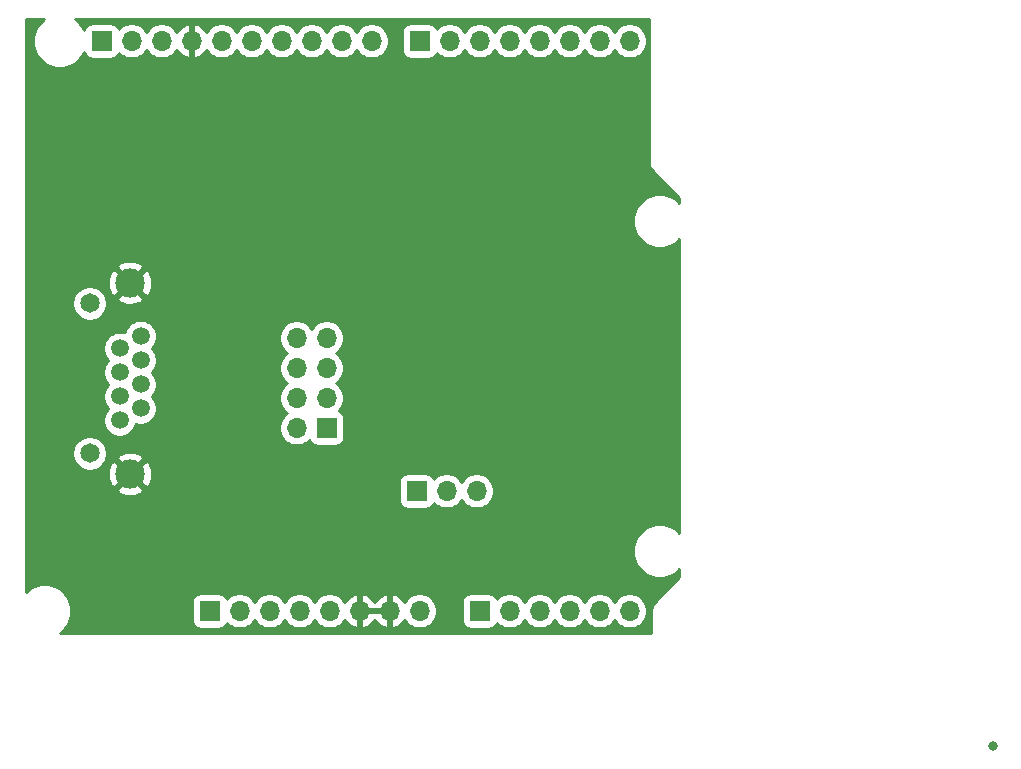
<source format=gbr>
%TF.GenerationSoftware,KiCad,Pcbnew,(5.1.6-0-10_14)*%
%TF.CreationDate,2022-12-11T12:30:35+09:00*%
%TF.ProjectId,MuxReadoutBoard,4d757852-6561-4646-9f75-74426f617264,rev?*%
%TF.SameCoordinates,Original*%
%TF.FileFunction,Copper,L1,Top*%
%TF.FilePolarity,Positive*%
%FSLAX46Y46*%
G04 Gerber Fmt 4.6, Leading zero omitted, Abs format (unit mm)*
G04 Created by KiCad (PCBNEW (5.1.6-0-10_14)) date 2022-12-11 12:30:35*
%MOMM*%
%LPD*%
G01*
G04 APERTURE LIST*
%TA.AperFunction,ComponentPad*%
%ADD10C,2.475000*%
%TD*%
%TA.AperFunction,ComponentPad*%
%ADD11C,1.650000*%
%TD*%
%TA.AperFunction,ComponentPad*%
%ADD12C,1.509000*%
%TD*%
%TA.AperFunction,ComponentPad*%
%ADD13O,1.700000X1.700000*%
%TD*%
%TA.AperFunction,ComponentPad*%
%ADD14R,1.700000X1.700000*%
%TD*%
%TA.AperFunction,ViaPad*%
%ADD15C,0.800000*%
%TD*%
%TA.AperFunction,Conductor*%
%ADD16C,0.254000*%
%TD*%
G04 APERTURE END LIST*
D10*
%TO.P,J1,MH4*%
%TO.N,GND*%
X122810000Y-122071000D03*
%TO.P,J1,MH3*%
X122810000Y-138271000D03*
D11*
%TO.P,J1,MH2*%
%TO.N,N/C*%
X119380000Y-123821000D03*
%TO.P,J1,MH1*%
X119380000Y-136521000D03*
D12*
%TO.P,J1,8*%
%TO.N,Net-(J1-Pad8)*%
X123700000Y-126591000D03*
%TO.P,J1,7*%
%TO.N,Net-(J1-Pad7)*%
X121920000Y-127611000D03*
%TO.P,J1,6*%
%TO.N,Net-(J1-Pad6)*%
X123700000Y-128631000D03*
%TO.P,J1,5*%
%TO.N,Net-(J1-Pad5)*%
X121920000Y-129651000D03*
%TO.P,J1,4*%
%TO.N,Net-(J1-Pad4)*%
X123700000Y-130671000D03*
%TO.P,J1,3*%
%TO.N,Net-(J1-Pad3)*%
X121920000Y-131691000D03*
%TO.P,J1,2*%
%TO.N,Net-(J1-Pad2)*%
X123700000Y-132711000D03*
%TO.P,J1,1*%
%TO.N,Net-(J1-Pad1)*%
X121920000Y-133731000D03*
%TD*%
D13*
%TO.P,J5,8*%
%TO.N,Net-(J5-Pad8)*%
X147320000Y-149860000D03*
%TO.P,J5,7*%
%TO.N,GND*%
X144780000Y-149860000D03*
%TO.P,J5,6*%
X142240000Y-149860000D03*
%TO.P,J5,5*%
%TO.N,+5V*%
X139700000Y-149860000D03*
%TO.P,J5,4*%
%TO.N,+3V3*%
X137160000Y-149860000D03*
%TO.P,J5,3*%
%TO.N,Net-(J5-Pad3)*%
X134620000Y-149860000D03*
%TO.P,J5,2*%
%TO.N,Net-(J5-Pad2)*%
X132080000Y-149860000D03*
D14*
%TO.P,J5,1*%
%TO.N,Net-(J5-Pad1)*%
X129540000Y-149860000D03*
%TD*%
D13*
%TO.P,J3,10*%
%TO.N,Net-(J3-Pad10)*%
X143256000Y-101600000D03*
%TO.P,J3,9*%
%TO.N,Net-(J3-Pad9)*%
X140716000Y-101600000D03*
%TO.P,J3,8*%
%TO.N,Net-(J3-Pad8)*%
X138176000Y-101600000D03*
%TO.P,J3,7*%
%TO.N,Net-(J3-Pad7)*%
X135636000Y-101600000D03*
%TO.P,J3,6*%
%TO.N,Net-(J3-Pad6)*%
X133096000Y-101600000D03*
%TO.P,J3,5*%
%TO.N,Net-(J3-Pad5)*%
X130556000Y-101600000D03*
%TO.P,J3,4*%
%TO.N,GND*%
X128016000Y-101600000D03*
%TO.P,J3,3*%
%TO.N,Net-(J3-Pad3)*%
X125476000Y-101600000D03*
%TO.P,J3,2*%
%TO.N,Net-(J3-Pad2)*%
X122936000Y-101600000D03*
D14*
%TO.P,J3,1*%
%TO.N,Net-(J3-Pad1)*%
X120396000Y-101600000D03*
%TD*%
D13*
%TO.P,J4,8*%
%TO.N,Net-(J4-Pad8)*%
X165100000Y-101600000D03*
%TO.P,J4,7*%
%TO.N,Net-(J4-Pad7)*%
X162560000Y-101600000D03*
%TO.P,J4,6*%
%TO.N,Net-(J4-Pad6)*%
X160020000Y-101600000D03*
%TO.P,J4,5*%
%TO.N,Net-(J4-Pad5)*%
X157480000Y-101600000D03*
%TO.P,J4,4*%
%TO.N,Net-(J4-Pad4)*%
X154940000Y-101600000D03*
%TO.P,J4,3*%
%TO.N,Net-(J4-Pad3)*%
X152400000Y-101600000D03*
%TO.P,J4,2*%
%TO.N,Net-(J4-Pad2)*%
X149860000Y-101600000D03*
D14*
%TO.P,J4,1*%
%TO.N,Net-(J4-Pad1)*%
X147320000Y-101600000D03*
%TD*%
D13*
%TO.P,J6,6*%
%TO.N,Net-(J6-Pad6)*%
X165100000Y-149860000D03*
%TO.P,J6,5*%
%TO.N,Net-(J6-Pad5)*%
X162560000Y-149860000D03*
%TO.P,J6,4*%
%TO.N,Net-(J6-Pad4)*%
X160020000Y-149860000D03*
%TO.P,J6,3*%
%TO.N,Net-(J6-Pad3)*%
X157480000Y-149860000D03*
%TO.P,J6,2*%
%TO.N,Net-(J6-Pad2)*%
X154940000Y-149860000D03*
D14*
%TO.P,J6,1*%
%TO.N,Net-(J6-Pad1)*%
X152400000Y-149860000D03*
%TD*%
D13*
%TO.P,J2,8*%
%TO.N,Net-(J1-Pad8)*%
X136906000Y-126746000D03*
%TO.P,J2,7*%
%TO.N,Net-(J1-Pad7)*%
X139446000Y-126746000D03*
%TO.P,J2,6*%
%TO.N,Net-(J1-Pad6)*%
X136906000Y-129286000D03*
%TO.P,J2,5*%
%TO.N,Net-(J1-Pad5)*%
X139446000Y-129286000D03*
%TO.P,J2,4*%
%TO.N,Net-(J1-Pad4)*%
X136906000Y-131826000D03*
%TO.P,J2,3*%
%TO.N,Net-(J1-Pad3)*%
X139446000Y-131826000D03*
%TO.P,J2,2*%
%TO.N,Net-(J1-Pad2)*%
X136906000Y-134366000D03*
D14*
%TO.P,J2,1*%
%TO.N,Net-(J1-Pad1)*%
X139446000Y-134366000D03*
%TD*%
D13*
%TO.P,J7,3*%
%TO.N,+2V5*%
X152146000Y-139700000D03*
%TO.P,J7,2*%
%TO.N,Net-(C2-Pad1)*%
X149606000Y-139700000D03*
D14*
%TO.P,J7,1*%
%TO.N,+3V3*%
X147066000Y-139700000D03*
%TD*%
D15*
%TO.N,*%
X195834000Y-161290000D03*
%TO.N,GND*%
X161290000Y-123698000D03*
X161290000Y-132588000D03*
X158242000Y-138684000D03*
X152400000Y-137414000D03*
X156972000Y-132588000D03*
X153924000Y-141986000D03*
X148336000Y-144526000D03*
X142494000Y-144526000D03*
X139700000Y-141986000D03*
X167640000Y-140716000D03*
X167640000Y-130302000D03*
X167640000Y-120904000D03*
X165354000Y-112522000D03*
X165100000Y-104902000D03*
X145288000Y-103378000D03*
X140716000Y-103378000D03*
X116840000Y-105664000D03*
X117094000Y-120396000D03*
X117094000Y-130302000D03*
X117094000Y-139954000D03*
X120396000Y-149860000D03*
X126492000Y-149860000D03*
X130048000Y-142748000D03*
X126492000Y-112522000D03*
X142240000Y-122682000D03*
X154940000Y-110998000D03*
X144018000Y-110998000D03*
X130556000Y-122682000D03*
X159004000Y-144272000D03*
%TD*%
D16*
%TO.N,GND*%
G36*
X115401513Y-99847199D02*
G01*
X115087199Y-100161513D01*
X114840244Y-100531108D01*
X114670138Y-100941779D01*
X114583419Y-101377746D01*
X114583419Y-101822254D01*
X114670138Y-102258221D01*
X114840244Y-102668892D01*
X115087199Y-103038487D01*
X115401513Y-103352801D01*
X115771108Y-103599756D01*
X116181779Y-103769862D01*
X116617746Y-103856581D01*
X117062254Y-103856581D01*
X117498221Y-103769862D01*
X117908892Y-103599756D01*
X118278487Y-103352801D01*
X118592801Y-103038487D01*
X118839756Y-102668892D01*
X118912249Y-102493878D01*
X118920188Y-102574482D01*
X118956498Y-102694180D01*
X119015463Y-102804494D01*
X119094815Y-102901185D01*
X119191506Y-102980537D01*
X119301820Y-103039502D01*
X119421518Y-103075812D01*
X119546000Y-103088072D01*
X121246000Y-103088072D01*
X121370482Y-103075812D01*
X121490180Y-103039502D01*
X121600494Y-102980537D01*
X121697185Y-102901185D01*
X121776537Y-102804494D01*
X121835502Y-102694180D01*
X121857513Y-102621620D01*
X121989368Y-102753475D01*
X122232589Y-102915990D01*
X122502842Y-103027932D01*
X122789740Y-103085000D01*
X123082260Y-103085000D01*
X123369158Y-103027932D01*
X123639411Y-102915990D01*
X123882632Y-102753475D01*
X124089475Y-102546632D01*
X124206000Y-102372240D01*
X124322525Y-102546632D01*
X124529368Y-102753475D01*
X124772589Y-102915990D01*
X125042842Y-103027932D01*
X125329740Y-103085000D01*
X125622260Y-103085000D01*
X125909158Y-103027932D01*
X126179411Y-102915990D01*
X126422632Y-102753475D01*
X126629475Y-102546632D01*
X126751195Y-102364466D01*
X126820822Y-102481355D01*
X127015731Y-102697588D01*
X127249080Y-102871641D01*
X127511901Y-102996825D01*
X127659110Y-103041476D01*
X127889000Y-102920155D01*
X127889000Y-101727000D01*
X127869000Y-101727000D01*
X127869000Y-101473000D01*
X127889000Y-101473000D01*
X127889000Y-100279845D01*
X128143000Y-100279845D01*
X128143000Y-101473000D01*
X128163000Y-101473000D01*
X128163000Y-101727000D01*
X128143000Y-101727000D01*
X128143000Y-102920155D01*
X128372890Y-103041476D01*
X128520099Y-102996825D01*
X128782920Y-102871641D01*
X129016269Y-102697588D01*
X129211178Y-102481355D01*
X129280805Y-102364466D01*
X129402525Y-102546632D01*
X129609368Y-102753475D01*
X129852589Y-102915990D01*
X130122842Y-103027932D01*
X130409740Y-103085000D01*
X130702260Y-103085000D01*
X130989158Y-103027932D01*
X131259411Y-102915990D01*
X131502632Y-102753475D01*
X131709475Y-102546632D01*
X131826000Y-102372240D01*
X131942525Y-102546632D01*
X132149368Y-102753475D01*
X132392589Y-102915990D01*
X132662842Y-103027932D01*
X132949740Y-103085000D01*
X133242260Y-103085000D01*
X133529158Y-103027932D01*
X133799411Y-102915990D01*
X134042632Y-102753475D01*
X134249475Y-102546632D01*
X134366000Y-102372240D01*
X134482525Y-102546632D01*
X134689368Y-102753475D01*
X134932589Y-102915990D01*
X135202842Y-103027932D01*
X135489740Y-103085000D01*
X135782260Y-103085000D01*
X136069158Y-103027932D01*
X136339411Y-102915990D01*
X136582632Y-102753475D01*
X136789475Y-102546632D01*
X136906000Y-102372240D01*
X137022525Y-102546632D01*
X137229368Y-102753475D01*
X137472589Y-102915990D01*
X137742842Y-103027932D01*
X138029740Y-103085000D01*
X138322260Y-103085000D01*
X138609158Y-103027932D01*
X138879411Y-102915990D01*
X139122632Y-102753475D01*
X139329475Y-102546632D01*
X139446000Y-102372240D01*
X139562525Y-102546632D01*
X139769368Y-102753475D01*
X140012589Y-102915990D01*
X140282842Y-103027932D01*
X140569740Y-103085000D01*
X140862260Y-103085000D01*
X141149158Y-103027932D01*
X141419411Y-102915990D01*
X141662632Y-102753475D01*
X141869475Y-102546632D01*
X141986000Y-102372240D01*
X142102525Y-102546632D01*
X142309368Y-102753475D01*
X142552589Y-102915990D01*
X142822842Y-103027932D01*
X143109740Y-103085000D01*
X143402260Y-103085000D01*
X143689158Y-103027932D01*
X143959411Y-102915990D01*
X144202632Y-102753475D01*
X144409475Y-102546632D01*
X144571990Y-102303411D01*
X144683932Y-102033158D01*
X144741000Y-101746260D01*
X144741000Y-101453740D01*
X144683932Y-101166842D01*
X144571990Y-100896589D01*
X144474043Y-100750000D01*
X145831928Y-100750000D01*
X145831928Y-102450000D01*
X145844188Y-102574482D01*
X145880498Y-102694180D01*
X145939463Y-102804494D01*
X146018815Y-102901185D01*
X146115506Y-102980537D01*
X146225820Y-103039502D01*
X146345518Y-103075812D01*
X146470000Y-103088072D01*
X148170000Y-103088072D01*
X148294482Y-103075812D01*
X148414180Y-103039502D01*
X148524494Y-102980537D01*
X148621185Y-102901185D01*
X148700537Y-102804494D01*
X148759502Y-102694180D01*
X148781513Y-102621620D01*
X148913368Y-102753475D01*
X149156589Y-102915990D01*
X149426842Y-103027932D01*
X149713740Y-103085000D01*
X150006260Y-103085000D01*
X150293158Y-103027932D01*
X150563411Y-102915990D01*
X150806632Y-102753475D01*
X151013475Y-102546632D01*
X151130000Y-102372240D01*
X151246525Y-102546632D01*
X151453368Y-102753475D01*
X151696589Y-102915990D01*
X151966842Y-103027932D01*
X152253740Y-103085000D01*
X152546260Y-103085000D01*
X152833158Y-103027932D01*
X153103411Y-102915990D01*
X153346632Y-102753475D01*
X153553475Y-102546632D01*
X153670000Y-102372240D01*
X153786525Y-102546632D01*
X153993368Y-102753475D01*
X154236589Y-102915990D01*
X154506842Y-103027932D01*
X154793740Y-103085000D01*
X155086260Y-103085000D01*
X155373158Y-103027932D01*
X155643411Y-102915990D01*
X155886632Y-102753475D01*
X156093475Y-102546632D01*
X156210000Y-102372240D01*
X156326525Y-102546632D01*
X156533368Y-102753475D01*
X156776589Y-102915990D01*
X157046842Y-103027932D01*
X157333740Y-103085000D01*
X157626260Y-103085000D01*
X157913158Y-103027932D01*
X158183411Y-102915990D01*
X158426632Y-102753475D01*
X158633475Y-102546632D01*
X158750000Y-102372240D01*
X158866525Y-102546632D01*
X159073368Y-102753475D01*
X159316589Y-102915990D01*
X159586842Y-103027932D01*
X159873740Y-103085000D01*
X160166260Y-103085000D01*
X160453158Y-103027932D01*
X160723411Y-102915990D01*
X160966632Y-102753475D01*
X161173475Y-102546632D01*
X161290000Y-102372240D01*
X161406525Y-102546632D01*
X161613368Y-102753475D01*
X161856589Y-102915990D01*
X162126842Y-103027932D01*
X162413740Y-103085000D01*
X162706260Y-103085000D01*
X162993158Y-103027932D01*
X163263411Y-102915990D01*
X163506632Y-102753475D01*
X163713475Y-102546632D01*
X163830000Y-102372240D01*
X163946525Y-102546632D01*
X164153368Y-102753475D01*
X164396589Y-102915990D01*
X164666842Y-103027932D01*
X164953740Y-103085000D01*
X165246260Y-103085000D01*
X165533158Y-103027932D01*
X165803411Y-102915990D01*
X166046632Y-102753475D01*
X166253475Y-102546632D01*
X166415990Y-102303411D01*
X166527932Y-102033158D01*
X166585000Y-101746260D01*
X166585000Y-101453740D01*
X166527932Y-101166842D01*
X166415990Y-100896589D01*
X166253475Y-100653368D01*
X166046632Y-100446525D01*
X165803411Y-100284010D01*
X165533158Y-100172068D01*
X165246260Y-100115000D01*
X164953740Y-100115000D01*
X164666842Y-100172068D01*
X164396589Y-100284010D01*
X164153368Y-100446525D01*
X163946525Y-100653368D01*
X163830000Y-100827760D01*
X163713475Y-100653368D01*
X163506632Y-100446525D01*
X163263411Y-100284010D01*
X162993158Y-100172068D01*
X162706260Y-100115000D01*
X162413740Y-100115000D01*
X162126842Y-100172068D01*
X161856589Y-100284010D01*
X161613368Y-100446525D01*
X161406525Y-100653368D01*
X161290000Y-100827760D01*
X161173475Y-100653368D01*
X160966632Y-100446525D01*
X160723411Y-100284010D01*
X160453158Y-100172068D01*
X160166260Y-100115000D01*
X159873740Y-100115000D01*
X159586842Y-100172068D01*
X159316589Y-100284010D01*
X159073368Y-100446525D01*
X158866525Y-100653368D01*
X158750000Y-100827760D01*
X158633475Y-100653368D01*
X158426632Y-100446525D01*
X158183411Y-100284010D01*
X157913158Y-100172068D01*
X157626260Y-100115000D01*
X157333740Y-100115000D01*
X157046842Y-100172068D01*
X156776589Y-100284010D01*
X156533368Y-100446525D01*
X156326525Y-100653368D01*
X156210000Y-100827760D01*
X156093475Y-100653368D01*
X155886632Y-100446525D01*
X155643411Y-100284010D01*
X155373158Y-100172068D01*
X155086260Y-100115000D01*
X154793740Y-100115000D01*
X154506842Y-100172068D01*
X154236589Y-100284010D01*
X153993368Y-100446525D01*
X153786525Y-100653368D01*
X153670000Y-100827760D01*
X153553475Y-100653368D01*
X153346632Y-100446525D01*
X153103411Y-100284010D01*
X152833158Y-100172068D01*
X152546260Y-100115000D01*
X152253740Y-100115000D01*
X151966842Y-100172068D01*
X151696589Y-100284010D01*
X151453368Y-100446525D01*
X151246525Y-100653368D01*
X151130000Y-100827760D01*
X151013475Y-100653368D01*
X150806632Y-100446525D01*
X150563411Y-100284010D01*
X150293158Y-100172068D01*
X150006260Y-100115000D01*
X149713740Y-100115000D01*
X149426842Y-100172068D01*
X149156589Y-100284010D01*
X148913368Y-100446525D01*
X148781513Y-100578380D01*
X148759502Y-100505820D01*
X148700537Y-100395506D01*
X148621185Y-100298815D01*
X148524494Y-100219463D01*
X148414180Y-100160498D01*
X148294482Y-100124188D01*
X148170000Y-100111928D01*
X146470000Y-100111928D01*
X146345518Y-100124188D01*
X146225820Y-100160498D01*
X146115506Y-100219463D01*
X146018815Y-100298815D01*
X145939463Y-100395506D01*
X145880498Y-100505820D01*
X145844188Y-100625518D01*
X145831928Y-100750000D01*
X144474043Y-100750000D01*
X144409475Y-100653368D01*
X144202632Y-100446525D01*
X143959411Y-100284010D01*
X143689158Y-100172068D01*
X143402260Y-100115000D01*
X143109740Y-100115000D01*
X142822842Y-100172068D01*
X142552589Y-100284010D01*
X142309368Y-100446525D01*
X142102525Y-100653368D01*
X141986000Y-100827760D01*
X141869475Y-100653368D01*
X141662632Y-100446525D01*
X141419411Y-100284010D01*
X141149158Y-100172068D01*
X140862260Y-100115000D01*
X140569740Y-100115000D01*
X140282842Y-100172068D01*
X140012589Y-100284010D01*
X139769368Y-100446525D01*
X139562525Y-100653368D01*
X139446000Y-100827760D01*
X139329475Y-100653368D01*
X139122632Y-100446525D01*
X138879411Y-100284010D01*
X138609158Y-100172068D01*
X138322260Y-100115000D01*
X138029740Y-100115000D01*
X137742842Y-100172068D01*
X137472589Y-100284010D01*
X137229368Y-100446525D01*
X137022525Y-100653368D01*
X136906000Y-100827760D01*
X136789475Y-100653368D01*
X136582632Y-100446525D01*
X136339411Y-100284010D01*
X136069158Y-100172068D01*
X135782260Y-100115000D01*
X135489740Y-100115000D01*
X135202842Y-100172068D01*
X134932589Y-100284010D01*
X134689368Y-100446525D01*
X134482525Y-100653368D01*
X134366000Y-100827760D01*
X134249475Y-100653368D01*
X134042632Y-100446525D01*
X133799411Y-100284010D01*
X133529158Y-100172068D01*
X133242260Y-100115000D01*
X132949740Y-100115000D01*
X132662842Y-100172068D01*
X132392589Y-100284010D01*
X132149368Y-100446525D01*
X131942525Y-100653368D01*
X131826000Y-100827760D01*
X131709475Y-100653368D01*
X131502632Y-100446525D01*
X131259411Y-100284010D01*
X130989158Y-100172068D01*
X130702260Y-100115000D01*
X130409740Y-100115000D01*
X130122842Y-100172068D01*
X129852589Y-100284010D01*
X129609368Y-100446525D01*
X129402525Y-100653368D01*
X129280805Y-100835534D01*
X129211178Y-100718645D01*
X129016269Y-100502412D01*
X128782920Y-100328359D01*
X128520099Y-100203175D01*
X128372890Y-100158524D01*
X128143000Y-100279845D01*
X127889000Y-100279845D01*
X127659110Y-100158524D01*
X127511901Y-100203175D01*
X127249080Y-100328359D01*
X127015731Y-100502412D01*
X126820822Y-100718645D01*
X126751195Y-100835534D01*
X126629475Y-100653368D01*
X126422632Y-100446525D01*
X126179411Y-100284010D01*
X125909158Y-100172068D01*
X125622260Y-100115000D01*
X125329740Y-100115000D01*
X125042842Y-100172068D01*
X124772589Y-100284010D01*
X124529368Y-100446525D01*
X124322525Y-100653368D01*
X124206000Y-100827760D01*
X124089475Y-100653368D01*
X123882632Y-100446525D01*
X123639411Y-100284010D01*
X123369158Y-100172068D01*
X123082260Y-100115000D01*
X122789740Y-100115000D01*
X122502842Y-100172068D01*
X122232589Y-100284010D01*
X121989368Y-100446525D01*
X121857513Y-100578380D01*
X121835502Y-100505820D01*
X121776537Y-100395506D01*
X121697185Y-100298815D01*
X121600494Y-100219463D01*
X121490180Y-100160498D01*
X121370482Y-100124188D01*
X121246000Y-100111928D01*
X119546000Y-100111928D01*
X119421518Y-100124188D01*
X119301820Y-100160498D01*
X119191506Y-100219463D01*
X119094815Y-100298815D01*
X119015463Y-100395506D01*
X118956498Y-100505820D01*
X118920188Y-100625518D01*
X118912249Y-100706122D01*
X118839756Y-100531108D01*
X118592801Y-100161513D01*
X118278487Y-99847199D01*
X118145739Y-99758500D01*
X166751000Y-99758500D01*
X166751000Y-112268000D01*
X166753440Y-112292776D01*
X166760667Y-112316601D01*
X166772403Y-112338557D01*
X166788197Y-112357803D01*
X169291000Y-114860606D01*
X169291000Y-115299712D01*
X169078487Y-115087199D01*
X168708892Y-114840244D01*
X168298221Y-114670138D01*
X167862254Y-114583419D01*
X167417746Y-114583419D01*
X166981779Y-114670138D01*
X166571108Y-114840244D01*
X166201513Y-115087199D01*
X165887199Y-115401513D01*
X165640244Y-115771108D01*
X165470138Y-116181779D01*
X165383419Y-116617746D01*
X165383419Y-117062254D01*
X165470138Y-117498221D01*
X165640244Y-117908892D01*
X165887199Y-118278487D01*
X166201513Y-118592801D01*
X166571108Y-118839756D01*
X166981779Y-119009862D01*
X167417746Y-119096581D01*
X167862254Y-119096581D01*
X168298221Y-119009862D01*
X168708892Y-118839756D01*
X169078487Y-118592801D01*
X169291000Y-118380288D01*
X169291000Y-143239712D01*
X169078487Y-143027199D01*
X168708892Y-142780244D01*
X168298221Y-142610138D01*
X167862254Y-142523419D01*
X167417746Y-142523419D01*
X166981779Y-142610138D01*
X166571108Y-142780244D01*
X166201513Y-143027199D01*
X165887199Y-143341513D01*
X165640244Y-143711108D01*
X165470138Y-144121779D01*
X165383419Y-144557746D01*
X165383419Y-145002254D01*
X165470138Y-145438221D01*
X165640244Y-145848892D01*
X165887199Y-146218487D01*
X166201513Y-146532801D01*
X166571108Y-146779756D01*
X166981779Y-146949862D01*
X167417746Y-147036581D01*
X167862254Y-147036581D01*
X168298221Y-146949862D01*
X168708892Y-146779756D01*
X169078487Y-146532801D01*
X169291000Y-146320288D01*
X169291000Y-147013394D01*
X167042197Y-149262197D01*
X167026403Y-149281443D01*
X167014667Y-149303399D01*
X167007440Y-149327224D01*
X167005000Y-149352000D01*
X167005000Y-149566237D01*
X166991549Y-149591402D01*
X166991549Y-149591403D01*
X166954439Y-149713740D01*
X166951608Y-149723071D01*
X166938122Y-149860000D01*
X166941501Y-149894308D01*
X166941500Y-151701500D01*
X116875739Y-151701500D01*
X117008487Y-151612801D01*
X117322801Y-151298487D01*
X117569756Y-150928892D01*
X117739862Y-150518221D01*
X117826581Y-150082254D01*
X117826581Y-149637746D01*
X117739862Y-149201779D01*
X117660425Y-149010000D01*
X128051928Y-149010000D01*
X128051928Y-150710000D01*
X128064188Y-150834482D01*
X128100498Y-150954180D01*
X128159463Y-151064494D01*
X128238815Y-151161185D01*
X128335506Y-151240537D01*
X128445820Y-151299502D01*
X128565518Y-151335812D01*
X128690000Y-151348072D01*
X130390000Y-151348072D01*
X130514482Y-151335812D01*
X130634180Y-151299502D01*
X130744494Y-151240537D01*
X130841185Y-151161185D01*
X130920537Y-151064494D01*
X130979502Y-150954180D01*
X131001513Y-150881620D01*
X131133368Y-151013475D01*
X131376589Y-151175990D01*
X131646842Y-151287932D01*
X131933740Y-151345000D01*
X132226260Y-151345000D01*
X132513158Y-151287932D01*
X132783411Y-151175990D01*
X133026632Y-151013475D01*
X133233475Y-150806632D01*
X133350000Y-150632240D01*
X133466525Y-150806632D01*
X133673368Y-151013475D01*
X133916589Y-151175990D01*
X134186842Y-151287932D01*
X134473740Y-151345000D01*
X134766260Y-151345000D01*
X135053158Y-151287932D01*
X135323411Y-151175990D01*
X135566632Y-151013475D01*
X135773475Y-150806632D01*
X135890000Y-150632240D01*
X136006525Y-150806632D01*
X136213368Y-151013475D01*
X136456589Y-151175990D01*
X136726842Y-151287932D01*
X137013740Y-151345000D01*
X137306260Y-151345000D01*
X137593158Y-151287932D01*
X137863411Y-151175990D01*
X138106632Y-151013475D01*
X138313475Y-150806632D01*
X138430000Y-150632240D01*
X138546525Y-150806632D01*
X138753368Y-151013475D01*
X138996589Y-151175990D01*
X139266842Y-151287932D01*
X139553740Y-151345000D01*
X139846260Y-151345000D01*
X140133158Y-151287932D01*
X140403411Y-151175990D01*
X140646632Y-151013475D01*
X140853475Y-150806632D01*
X140975195Y-150624466D01*
X141044822Y-150741355D01*
X141239731Y-150957588D01*
X141473080Y-151131641D01*
X141735901Y-151256825D01*
X141883110Y-151301476D01*
X142113000Y-151180155D01*
X142113000Y-149987000D01*
X142367000Y-149987000D01*
X142367000Y-151180155D01*
X142596890Y-151301476D01*
X142744099Y-151256825D01*
X143006920Y-151131641D01*
X143240269Y-150957588D01*
X143435178Y-150741355D01*
X143510000Y-150615745D01*
X143584822Y-150741355D01*
X143779731Y-150957588D01*
X144013080Y-151131641D01*
X144275901Y-151256825D01*
X144423110Y-151301476D01*
X144653000Y-151180155D01*
X144653000Y-149987000D01*
X142367000Y-149987000D01*
X142113000Y-149987000D01*
X142093000Y-149987000D01*
X142093000Y-149733000D01*
X142113000Y-149733000D01*
X142113000Y-148539845D01*
X142367000Y-148539845D01*
X142367000Y-149733000D01*
X144653000Y-149733000D01*
X144653000Y-148539845D01*
X144907000Y-148539845D01*
X144907000Y-149733000D01*
X144927000Y-149733000D01*
X144927000Y-149987000D01*
X144907000Y-149987000D01*
X144907000Y-151180155D01*
X145136890Y-151301476D01*
X145284099Y-151256825D01*
X145546920Y-151131641D01*
X145780269Y-150957588D01*
X145975178Y-150741355D01*
X146044805Y-150624466D01*
X146166525Y-150806632D01*
X146373368Y-151013475D01*
X146616589Y-151175990D01*
X146886842Y-151287932D01*
X147173740Y-151345000D01*
X147466260Y-151345000D01*
X147753158Y-151287932D01*
X148023411Y-151175990D01*
X148266632Y-151013475D01*
X148473475Y-150806632D01*
X148635990Y-150563411D01*
X148747932Y-150293158D01*
X148805000Y-150006260D01*
X148805000Y-149713740D01*
X148747932Y-149426842D01*
X148635990Y-149156589D01*
X148538043Y-149010000D01*
X150911928Y-149010000D01*
X150911928Y-150710000D01*
X150924188Y-150834482D01*
X150960498Y-150954180D01*
X151019463Y-151064494D01*
X151098815Y-151161185D01*
X151195506Y-151240537D01*
X151305820Y-151299502D01*
X151425518Y-151335812D01*
X151550000Y-151348072D01*
X153250000Y-151348072D01*
X153374482Y-151335812D01*
X153494180Y-151299502D01*
X153604494Y-151240537D01*
X153701185Y-151161185D01*
X153780537Y-151064494D01*
X153839502Y-150954180D01*
X153861513Y-150881620D01*
X153993368Y-151013475D01*
X154236589Y-151175990D01*
X154506842Y-151287932D01*
X154793740Y-151345000D01*
X155086260Y-151345000D01*
X155373158Y-151287932D01*
X155643411Y-151175990D01*
X155886632Y-151013475D01*
X156093475Y-150806632D01*
X156210000Y-150632240D01*
X156326525Y-150806632D01*
X156533368Y-151013475D01*
X156776589Y-151175990D01*
X157046842Y-151287932D01*
X157333740Y-151345000D01*
X157626260Y-151345000D01*
X157913158Y-151287932D01*
X158183411Y-151175990D01*
X158426632Y-151013475D01*
X158633475Y-150806632D01*
X158750000Y-150632240D01*
X158866525Y-150806632D01*
X159073368Y-151013475D01*
X159316589Y-151175990D01*
X159586842Y-151287932D01*
X159873740Y-151345000D01*
X160166260Y-151345000D01*
X160453158Y-151287932D01*
X160723411Y-151175990D01*
X160966632Y-151013475D01*
X161173475Y-150806632D01*
X161290000Y-150632240D01*
X161406525Y-150806632D01*
X161613368Y-151013475D01*
X161856589Y-151175990D01*
X162126842Y-151287932D01*
X162413740Y-151345000D01*
X162706260Y-151345000D01*
X162993158Y-151287932D01*
X163263411Y-151175990D01*
X163506632Y-151013475D01*
X163713475Y-150806632D01*
X163830000Y-150632240D01*
X163946525Y-150806632D01*
X164153368Y-151013475D01*
X164396589Y-151175990D01*
X164666842Y-151287932D01*
X164953740Y-151345000D01*
X165246260Y-151345000D01*
X165533158Y-151287932D01*
X165803411Y-151175990D01*
X166046632Y-151013475D01*
X166253475Y-150806632D01*
X166415990Y-150563411D01*
X166527932Y-150293158D01*
X166585000Y-150006260D01*
X166585000Y-149713740D01*
X166527932Y-149426842D01*
X166415990Y-149156589D01*
X166253475Y-148913368D01*
X166046632Y-148706525D01*
X165803411Y-148544010D01*
X165533158Y-148432068D01*
X165246260Y-148375000D01*
X164953740Y-148375000D01*
X164666842Y-148432068D01*
X164396589Y-148544010D01*
X164153368Y-148706525D01*
X163946525Y-148913368D01*
X163830000Y-149087760D01*
X163713475Y-148913368D01*
X163506632Y-148706525D01*
X163263411Y-148544010D01*
X162993158Y-148432068D01*
X162706260Y-148375000D01*
X162413740Y-148375000D01*
X162126842Y-148432068D01*
X161856589Y-148544010D01*
X161613368Y-148706525D01*
X161406525Y-148913368D01*
X161290000Y-149087760D01*
X161173475Y-148913368D01*
X160966632Y-148706525D01*
X160723411Y-148544010D01*
X160453158Y-148432068D01*
X160166260Y-148375000D01*
X159873740Y-148375000D01*
X159586842Y-148432068D01*
X159316589Y-148544010D01*
X159073368Y-148706525D01*
X158866525Y-148913368D01*
X158750000Y-149087760D01*
X158633475Y-148913368D01*
X158426632Y-148706525D01*
X158183411Y-148544010D01*
X157913158Y-148432068D01*
X157626260Y-148375000D01*
X157333740Y-148375000D01*
X157046842Y-148432068D01*
X156776589Y-148544010D01*
X156533368Y-148706525D01*
X156326525Y-148913368D01*
X156210000Y-149087760D01*
X156093475Y-148913368D01*
X155886632Y-148706525D01*
X155643411Y-148544010D01*
X155373158Y-148432068D01*
X155086260Y-148375000D01*
X154793740Y-148375000D01*
X154506842Y-148432068D01*
X154236589Y-148544010D01*
X153993368Y-148706525D01*
X153861513Y-148838380D01*
X153839502Y-148765820D01*
X153780537Y-148655506D01*
X153701185Y-148558815D01*
X153604494Y-148479463D01*
X153494180Y-148420498D01*
X153374482Y-148384188D01*
X153250000Y-148371928D01*
X151550000Y-148371928D01*
X151425518Y-148384188D01*
X151305820Y-148420498D01*
X151195506Y-148479463D01*
X151098815Y-148558815D01*
X151019463Y-148655506D01*
X150960498Y-148765820D01*
X150924188Y-148885518D01*
X150911928Y-149010000D01*
X148538043Y-149010000D01*
X148473475Y-148913368D01*
X148266632Y-148706525D01*
X148023411Y-148544010D01*
X147753158Y-148432068D01*
X147466260Y-148375000D01*
X147173740Y-148375000D01*
X146886842Y-148432068D01*
X146616589Y-148544010D01*
X146373368Y-148706525D01*
X146166525Y-148913368D01*
X146044805Y-149095534D01*
X145975178Y-148978645D01*
X145780269Y-148762412D01*
X145546920Y-148588359D01*
X145284099Y-148463175D01*
X145136890Y-148418524D01*
X144907000Y-148539845D01*
X144653000Y-148539845D01*
X144423110Y-148418524D01*
X144275901Y-148463175D01*
X144013080Y-148588359D01*
X143779731Y-148762412D01*
X143584822Y-148978645D01*
X143510000Y-149104255D01*
X143435178Y-148978645D01*
X143240269Y-148762412D01*
X143006920Y-148588359D01*
X142744099Y-148463175D01*
X142596890Y-148418524D01*
X142367000Y-148539845D01*
X142113000Y-148539845D01*
X141883110Y-148418524D01*
X141735901Y-148463175D01*
X141473080Y-148588359D01*
X141239731Y-148762412D01*
X141044822Y-148978645D01*
X140975195Y-149095534D01*
X140853475Y-148913368D01*
X140646632Y-148706525D01*
X140403411Y-148544010D01*
X140133158Y-148432068D01*
X139846260Y-148375000D01*
X139553740Y-148375000D01*
X139266842Y-148432068D01*
X138996589Y-148544010D01*
X138753368Y-148706525D01*
X138546525Y-148913368D01*
X138430000Y-149087760D01*
X138313475Y-148913368D01*
X138106632Y-148706525D01*
X137863411Y-148544010D01*
X137593158Y-148432068D01*
X137306260Y-148375000D01*
X137013740Y-148375000D01*
X136726842Y-148432068D01*
X136456589Y-148544010D01*
X136213368Y-148706525D01*
X136006525Y-148913368D01*
X135890000Y-149087760D01*
X135773475Y-148913368D01*
X135566632Y-148706525D01*
X135323411Y-148544010D01*
X135053158Y-148432068D01*
X134766260Y-148375000D01*
X134473740Y-148375000D01*
X134186842Y-148432068D01*
X133916589Y-148544010D01*
X133673368Y-148706525D01*
X133466525Y-148913368D01*
X133350000Y-149087760D01*
X133233475Y-148913368D01*
X133026632Y-148706525D01*
X132783411Y-148544010D01*
X132513158Y-148432068D01*
X132226260Y-148375000D01*
X131933740Y-148375000D01*
X131646842Y-148432068D01*
X131376589Y-148544010D01*
X131133368Y-148706525D01*
X131001513Y-148838380D01*
X130979502Y-148765820D01*
X130920537Y-148655506D01*
X130841185Y-148558815D01*
X130744494Y-148479463D01*
X130634180Y-148420498D01*
X130514482Y-148384188D01*
X130390000Y-148371928D01*
X128690000Y-148371928D01*
X128565518Y-148384188D01*
X128445820Y-148420498D01*
X128335506Y-148479463D01*
X128238815Y-148558815D01*
X128159463Y-148655506D01*
X128100498Y-148765820D01*
X128064188Y-148885518D01*
X128051928Y-149010000D01*
X117660425Y-149010000D01*
X117569756Y-148791108D01*
X117322801Y-148421513D01*
X117008487Y-148107199D01*
X116638892Y-147860244D01*
X116228221Y-147690138D01*
X115792254Y-147603419D01*
X115347746Y-147603419D01*
X114911779Y-147690138D01*
X114501108Y-147860244D01*
X114131513Y-148107199D01*
X113982500Y-148256212D01*
X113982500Y-139575699D01*
X121684906Y-139575699D01*
X121809314Y-139864392D01*
X122139397Y-140028999D01*
X122495251Y-140126048D01*
X122863201Y-140151808D01*
X123229106Y-140105290D01*
X123578906Y-139988282D01*
X123810686Y-139864392D01*
X123935094Y-139575699D01*
X122810000Y-138450605D01*
X121684906Y-139575699D01*
X113982500Y-139575699D01*
X113982500Y-138324201D01*
X120929192Y-138324201D01*
X120975710Y-138690106D01*
X121092718Y-139039906D01*
X121216608Y-139271686D01*
X121505301Y-139396094D01*
X122630395Y-138271000D01*
X122989605Y-138271000D01*
X124114699Y-139396094D01*
X124403392Y-139271686D01*
X124567999Y-138941603D01*
X124592981Y-138850000D01*
X145577928Y-138850000D01*
X145577928Y-140550000D01*
X145590188Y-140674482D01*
X145626498Y-140794180D01*
X145685463Y-140904494D01*
X145764815Y-141001185D01*
X145861506Y-141080537D01*
X145971820Y-141139502D01*
X146091518Y-141175812D01*
X146216000Y-141188072D01*
X147916000Y-141188072D01*
X148040482Y-141175812D01*
X148160180Y-141139502D01*
X148270494Y-141080537D01*
X148367185Y-141001185D01*
X148446537Y-140904494D01*
X148505502Y-140794180D01*
X148527513Y-140721620D01*
X148659368Y-140853475D01*
X148902589Y-141015990D01*
X149172842Y-141127932D01*
X149459740Y-141185000D01*
X149752260Y-141185000D01*
X150039158Y-141127932D01*
X150309411Y-141015990D01*
X150552632Y-140853475D01*
X150759475Y-140646632D01*
X150876000Y-140472240D01*
X150992525Y-140646632D01*
X151199368Y-140853475D01*
X151442589Y-141015990D01*
X151712842Y-141127932D01*
X151999740Y-141185000D01*
X152292260Y-141185000D01*
X152579158Y-141127932D01*
X152849411Y-141015990D01*
X153092632Y-140853475D01*
X153299475Y-140646632D01*
X153461990Y-140403411D01*
X153573932Y-140133158D01*
X153631000Y-139846260D01*
X153631000Y-139553740D01*
X153573932Y-139266842D01*
X153461990Y-138996589D01*
X153299475Y-138753368D01*
X153092632Y-138546525D01*
X152849411Y-138384010D01*
X152579158Y-138272068D01*
X152292260Y-138215000D01*
X151999740Y-138215000D01*
X151712842Y-138272068D01*
X151442589Y-138384010D01*
X151199368Y-138546525D01*
X150992525Y-138753368D01*
X150876000Y-138927760D01*
X150759475Y-138753368D01*
X150552632Y-138546525D01*
X150309411Y-138384010D01*
X150039158Y-138272068D01*
X149752260Y-138215000D01*
X149459740Y-138215000D01*
X149172842Y-138272068D01*
X148902589Y-138384010D01*
X148659368Y-138546525D01*
X148527513Y-138678380D01*
X148505502Y-138605820D01*
X148446537Y-138495506D01*
X148367185Y-138398815D01*
X148270494Y-138319463D01*
X148160180Y-138260498D01*
X148040482Y-138224188D01*
X147916000Y-138211928D01*
X146216000Y-138211928D01*
X146091518Y-138224188D01*
X145971820Y-138260498D01*
X145861506Y-138319463D01*
X145764815Y-138398815D01*
X145685463Y-138495506D01*
X145626498Y-138605820D01*
X145590188Y-138725518D01*
X145577928Y-138850000D01*
X124592981Y-138850000D01*
X124665048Y-138585749D01*
X124690808Y-138217799D01*
X124644290Y-137851894D01*
X124527282Y-137502094D01*
X124403392Y-137270314D01*
X124114699Y-137145906D01*
X122989605Y-138271000D01*
X122630395Y-138271000D01*
X121505301Y-137145906D01*
X121216608Y-137270314D01*
X121052001Y-137600397D01*
X120954952Y-137956251D01*
X120929192Y-138324201D01*
X113982500Y-138324201D01*
X113982500Y-136377203D01*
X117920000Y-136377203D01*
X117920000Y-136664797D01*
X117976107Y-136946866D01*
X118086165Y-137212569D01*
X118245944Y-137451696D01*
X118449304Y-137655056D01*
X118688431Y-137814835D01*
X118954134Y-137924893D01*
X119236203Y-137981000D01*
X119523797Y-137981000D01*
X119805866Y-137924893D01*
X120071569Y-137814835D01*
X120310696Y-137655056D01*
X120514056Y-137451696D01*
X120673835Y-137212569D01*
X120775842Y-136966301D01*
X121684906Y-136966301D01*
X122810000Y-138091395D01*
X123935094Y-136966301D01*
X123810686Y-136677608D01*
X123480603Y-136513001D01*
X123124749Y-136415952D01*
X122756799Y-136390192D01*
X122390894Y-136436710D01*
X122041094Y-136553718D01*
X121809314Y-136677608D01*
X121684906Y-136966301D01*
X120775842Y-136966301D01*
X120783893Y-136946866D01*
X120840000Y-136664797D01*
X120840000Y-136377203D01*
X120783893Y-136095134D01*
X120673835Y-135829431D01*
X120514056Y-135590304D01*
X120310696Y-135386944D01*
X120071569Y-135227165D01*
X119805866Y-135117107D01*
X119523797Y-135061000D01*
X119236203Y-135061000D01*
X118954134Y-135117107D01*
X118688431Y-135227165D01*
X118449304Y-135386944D01*
X118245944Y-135590304D01*
X118086165Y-135829431D01*
X117976107Y-136095134D01*
X117920000Y-136377203D01*
X113982500Y-136377203D01*
X113982500Y-127474146D01*
X120530500Y-127474146D01*
X120530500Y-127747854D01*
X120583898Y-128016302D01*
X120688641Y-128269175D01*
X120840705Y-128496754D01*
X120974951Y-128631000D01*
X120840705Y-128765246D01*
X120688641Y-128992825D01*
X120583898Y-129245698D01*
X120530500Y-129514146D01*
X120530500Y-129787854D01*
X120583898Y-130056302D01*
X120688641Y-130309175D01*
X120840705Y-130536754D01*
X120974951Y-130671000D01*
X120840705Y-130805246D01*
X120688641Y-131032825D01*
X120583898Y-131285698D01*
X120530500Y-131554146D01*
X120530500Y-131827854D01*
X120583898Y-132096302D01*
X120688641Y-132349175D01*
X120840705Y-132576754D01*
X120974951Y-132711000D01*
X120840705Y-132845246D01*
X120688641Y-133072825D01*
X120583898Y-133325698D01*
X120530500Y-133594146D01*
X120530500Y-133867854D01*
X120583898Y-134136302D01*
X120688641Y-134389175D01*
X120840705Y-134616754D01*
X121034246Y-134810295D01*
X121261825Y-134962359D01*
X121514698Y-135067102D01*
X121783146Y-135120500D01*
X122056854Y-135120500D01*
X122325302Y-135067102D01*
X122578175Y-134962359D01*
X122805754Y-134810295D01*
X122999295Y-134616754D01*
X123151359Y-134389175D01*
X123256102Y-134136302D01*
X123275432Y-134039122D01*
X123294698Y-134047102D01*
X123563146Y-134100500D01*
X123836854Y-134100500D01*
X124105302Y-134047102D01*
X124358175Y-133942359D01*
X124585754Y-133790295D01*
X124779295Y-133596754D01*
X124931359Y-133369175D01*
X125036102Y-133116302D01*
X125089500Y-132847854D01*
X125089500Y-132574146D01*
X125036102Y-132305698D01*
X124931359Y-132052825D01*
X124779295Y-131825246D01*
X124645049Y-131691000D01*
X124779295Y-131556754D01*
X124931359Y-131329175D01*
X125036102Y-131076302D01*
X125089500Y-130807854D01*
X125089500Y-130534146D01*
X125036102Y-130265698D01*
X124931359Y-130012825D01*
X124779295Y-129785246D01*
X124645049Y-129651000D01*
X124779295Y-129516754D01*
X124931359Y-129289175D01*
X125036102Y-129036302D01*
X125089500Y-128767854D01*
X125089500Y-128494146D01*
X125036102Y-128225698D01*
X124931359Y-127972825D01*
X124779295Y-127745246D01*
X124645049Y-127611000D01*
X124779295Y-127476754D01*
X124931359Y-127249175D01*
X125036102Y-126996302D01*
X125089500Y-126727854D01*
X125089500Y-126599740D01*
X135421000Y-126599740D01*
X135421000Y-126892260D01*
X135478068Y-127179158D01*
X135590010Y-127449411D01*
X135752525Y-127692632D01*
X135959368Y-127899475D01*
X136133760Y-128016000D01*
X135959368Y-128132525D01*
X135752525Y-128339368D01*
X135590010Y-128582589D01*
X135478068Y-128852842D01*
X135421000Y-129139740D01*
X135421000Y-129432260D01*
X135478068Y-129719158D01*
X135590010Y-129989411D01*
X135752525Y-130232632D01*
X135959368Y-130439475D01*
X136133760Y-130556000D01*
X135959368Y-130672525D01*
X135752525Y-130879368D01*
X135590010Y-131122589D01*
X135478068Y-131392842D01*
X135421000Y-131679740D01*
X135421000Y-131972260D01*
X135478068Y-132259158D01*
X135590010Y-132529411D01*
X135752525Y-132772632D01*
X135959368Y-132979475D01*
X136133760Y-133096000D01*
X135959368Y-133212525D01*
X135752525Y-133419368D01*
X135590010Y-133662589D01*
X135478068Y-133932842D01*
X135421000Y-134219740D01*
X135421000Y-134512260D01*
X135478068Y-134799158D01*
X135590010Y-135069411D01*
X135752525Y-135312632D01*
X135959368Y-135519475D01*
X136202589Y-135681990D01*
X136472842Y-135793932D01*
X136759740Y-135851000D01*
X137052260Y-135851000D01*
X137339158Y-135793932D01*
X137609411Y-135681990D01*
X137852632Y-135519475D01*
X137984487Y-135387620D01*
X138006498Y-135460180D01*
X138065463Y-135570494D01*
X138144815Y-135667185D01*
X138241506Y-135746537D01*
X138351820Y-135805502D01*
X138471518Y-135841812D01*
X138596000Y-135854072D01*
X140296000Y-135854072D01*
X140420482Y-135841812D01*
X140540180Y-135805502D01*
X140650494Y-135746537D01*
X140747185Y-135667185D01*
X140826537Y-135570494D01*
X140885502Y-135460180D01*
X140921812Y-135340482D01*
X140934072Y-135216000D01*
X140934072Y-133516000D01*
X140921812Y-133391518D01*
X140885502Y-133271820D01*
X140826537Y-133161506D01*
X140747185Y-133064815D01*
X140650494Y-132985463D01*
X140540180Y-132926498D01*
X140467620Y-132904487D01*
X140599475Y-132772632D01*
X140761990Y-132529411D01*
X140873932Y-132259158D01*
X140931000Y-131972260D01*
X140931000Y-131679740D01*
X140873932Y-131392842D01*
X140761990Y-131122589D01*
X140599475Y-130879368D01*
X140392632Y-130672525D01*
X140218240Y-130556000D01*
X140392632Y-130439475D01*
X140599475Y-130232632D01*
X140761990Y-129989411D01*
X140873932Y-129719158D01*
X140931000Y-129432260D01*
X140931000Y-129139740D01*
X140873932Y-128852842D01*
X140761990Y-128582589D01*
X140599475Y-128339368D01*
X140392632Y-128132525D01*
X140218240Y-128016000D01*
X140392632Y-127899475D01*
X140599475Y-127692632D01*
X140761990Y-127449411D01*
X140873932Y-127179158D01*
X140931000Y-126892260D01*
X140931000Y-126599740D01*
X140873932Y-126312842D01*
X140761990Y-126042589D01*
X140599475Y-125799368D01*
X140392632Y-125592525D01*
X140149411Y-125430010D01*
X139879158Y-125318068D01*
X139592260Y-125261000D01*
X139299740Y-125261000D01*
X139012842Y-125318068D01*
X138742589Y-125430010D01*
X138499368Y-125592525D01*
X138292525Y-125799368D01*
X138176000Y-125973760D01*
X138059475Y-125799368D01*
X137852632Y-125592525D01*
X137609411Y-125430010D01*
X137339158Y-125318068D01*
X137052260Y-125261000D01*
X136759740Y-125261000D01*
X136472842Y-125318068D01*
X136202589Y-125430010D01*
X135959368Y-125592525D01*
X135752525Y-125799368D01*
X135590010Y-126042589D01*
X135478068Y-126312842D01*
X135421000Y-126599740D01*
X125089500Y-126599740D01*
X125089500Y-126454146D01*
X125036102Y-126185698D01*
X124931359Y-125932825D01*
X124779295Y-125705246D01*
X124585754Y-125511705D01*
X124358175Y-125359641D01*
X124105302Y-125254898D01*
X123836854Y-125201500D01*
X123563146Y-125201500D01*
X123294698Y-125254898D01*
X123041825Y-125359641D01*
X122814246Y-125511705D01*
X122620705Y-125705246D01*
X122468641Y-125932825D01*
X122363898Y-126185698D01*
X122344568Y-126282878D01*
X122325302Y-126274898D01*
X122056854Y-126221500D01*
X121783146Y-126221500D01*
X121514698Y-126274898D01*
X121261825Y-126379641D01*
X121034246Y-126531705D01*
X120840705Y-126725246D01*
X120688641Y-126952825D01*
X120583898Y-127205698D01*
X120530500Y-127474146D01*
X113982500Y-127474146D01*
X113982500Y-123677203D01*
X117920000Y-123677203D01*
X117920000Y-123964797D01*
X117976107Y-124246866D01*
X118086165Y-124512569D01*
X118245944Y-124751696D01*
X118449304Y-124955056D01*
X118688431Y-125114835D01*
X118954134Y-125224893D01*
X119236203Y-125281000D01*
X119523797Y-125281000D01*
X119805866Y-125224893D01*
X120071569Y-125114835D01*
X120310696Y-124955056D01*
X120514056Y-124751696D01*
X120673835Y-124512569D01*
X120783893Y-124246866D01*
X120840000Y-123964797D01*
X120840000Y-123677203D01*
X120783893Y-123395134D01*
X120775843Y-123375699D01*
X121684906Y-123375699D01*
X121809314Y-123664392D01*
X122139397Y-123828999D01*
X122495251Y-123926048D01*
X122863201Y-123951808D01*
X123229106Y-123905290D01*
X123578906Y-123788282D01*
X123810686Y-123664392D01*
X123935094Y-123375699D01*
X122810000Y-122250605D01*
X121684906Y-123375699D01*
X120775843Y-123375699D01*
X120673835Y-123129431D01*
X120514056Y-122890304D01*
X120310696Y-122686944D01*
X120071569Y-122527165D01*
X119805866Y-122417107D01*
X119523797Y-122361000D01*
X119236203Y-122361000D01*
X118954134Y-122417107D01*
X118688431Y-122527165D01*
X118449304Y-122686944D01*
X118245944Y-122890304D01*
X118086165Y-123129431D01*
X117976107Y-123395134D01*
X117920000Y-123677203D01*
X113982500Y-123677203D01*
X113982500Y-122124201D01*
X120929192Y-122124201D01*
X120975710Y-122490106D01*
X121092718Y-122839906D01*
X121216608Y-123071686D01*
X121505301Y-123196094D01*
X122630395Y-122071000D01*
X122989605Y-122071000D01*
X124114699Y-123196094D01*
X124403392Y-123071686D01*
X124567999Y-122741603D01*
X124665048Y-122385749D01*
X124690808Y-122017799D01*
X124644290Y-121651894D01*
X124527282Y-121302094D01*
X124403392Y-121070314D01*
X124114699Y-120945906D01*
X122989605Y-122071000D01*
X122630395Y-122071000D01*
X121505301Y-120945906D01*
X121216608Y-121070314D01*
X121052001Y-121400397D01*
X120954952Y-121756251D01*
X120929192Y-122124201D01*
X113982500Y-122124201D01*
X113982500Y-120766301D01*
X121684906Y-120766301D01*
X122810000Y-121891395D01*
X123935094Y-120766301D01*
X123810686Y-120477608D01*
X123480603Y-120313001D01*
X123124749Y-120215952D01*
X122756799Y-120190192D01*
X122390894Y-120236710D01*
X122041094Y-120353718D01*
X121809314Y-120477608D01*
X121684906Y-120766301D01*
X113982500Y-120766301D01*
X113982500Y-99758500D01*
X115534261Y-99758500D01*
X115401513Y-99847199D01*
G37*
X115401513Y-99847199D02*
X115087199Y-100161513D01*
X114840244Y-100531108D01*
X114670138Y-100941779D01*
X114583419Y-101377746D01*
X114583419Y-101822254D01*
X114670138Y-102258221D01*
X114840244Y-102668892D01*
X115087199Y-103038487D01*
X115401513Y-103352801D01*
X115771108Y-103599756D01*
X116181779Y-103769862D01*
X116617746Y-103856581D01*
X117062254Y-103856581D01*
X117498221Y-103769862D01*
X117908892Y-103599756D01*
X118278487Y-103352801D01*
X118592801Y-103038487D01*
X118839756Y-102668892D01*
X118912249Y-102493878D01*
X118920188Y-102574482D01*
X118956498Y-102694180D01*
X119015463Y-102804494D01*
X119094815Y-102901185D01*
X119191506Y-102980537D01*
X119301820Y-103039502D01*
X119421518Y-103075812D01*
X119546000Y-103088072D01*
X121246000Y-103088072D01*
X121370482Y-103075812D01*
X121490180Y-103039502D01*
X121600494Y-102980537D01*
X121697185Y-102901185D01*
X121776537Y-102804494D01*
X121835502Y-102694180D01*
X121857513Y-102621620D01*
X121989368Y-102753475D01*
X122232589Y-102915990D01*
X122502842Y-103027932D01*
X122789740Y-103085000D01*
X123082260Y-103085000D01*
X123369158Y-103027932D01*
X123639411Y-102915990D01*
X123882632Y-102753475D01*
X124089475Y-102546632D01*
X124206000Y-102372240D01*
X124322525Y-102546632D01*
X124529368Y-102753475D01*
X124772589Y-102915990D01*
X125042842Y-103027932D01*
X125329740Y-103085000D01*
X125622260Y-103085000D01*
X125909158Y-103027932D01*
X126179411Y-102915990D01*
X126422632Y-102753475D01*
X126629475Y-102546632D01*
X126751195Y-102364466D01*
X126820822Y-102481355D01*
X127015731Y-102697588D01*
X127249080Y-102871641D01*
X127511901Y-102996825D01*
X127659110Y-103041476D01*
X127889000Y-102920155D01*
X127889000Y-101727000D01*
X127869000Y-101727000D01*
X127869000Y-101473000D01*
X127889000Y-101473000D01*
X127889000Y-100279845D01*
X128143000Y-100279845D01*
X128143000Y-101473000D01*
X128163000Y-101473000D01*
X128163000Y-101727000D01*
X128143000Y-101727000D01*
X128143000Y-102920155D01*
X128372890Y-103041476D01*
X128520099Y-102996825D01*
X128782920Y-102871641D01*
X129016269Y-102697588D01*
X129211178Y-102481355D01*
X129280805Y-102364466D01*
X129402525Y-102546632D01*
X129609368Y-102753475D01*
X129852589Y-102915990D01*
X130122842Y-103027932D01*
X130409740Y-103085000D01*
X130702260Y-103085000D01*
X130989158Y-103027932D01*
X131259411Y-102915990D01*
X131502632Y-102753475D01*
X131709475Y-102546632D01*
X131826000Y-102372240D01*
X131942525Y-102546632D01*
X132149368Y-102753475D01*
X132392589Y-102915990D01*
X132662842Y-103027932D01*
X132949740Y-103085000D01*
X133242260Y-103085000D01*
X133529158Y-103027932D01*
X133799411Y-102915990D01*
X134042632Y-102753475D01*
X134249475Y-102546632D01*
X134366000Y-102372240D01*
X134482525Y-102546632D01*
X134689368Y-102753475D01*
X134932589Y-102915990D01*
X135202842Y-103027932D01*
X135489740Y-103085000D01*
X135782260Y-103085000D01*
X136069158Y-103027932D01*
X136339411Y-102915990D01*
X136582632Y-102753475D01*
X136789475Y-102546632D01*
X136906000Y-102372240D01*
X137022525Y-102546632D01*
X137229368Y-102753475D01*
X137472589Y-102915990D01*
X137742842Y-103027932D01*
X138029740Y-103085000D01*
X138322260Y-103085000D01*
X138609158Y-103027932D01*
X138879411Y-102915990D01*
X139122632Y-102753475D01*
X139329475Y-102546632D01*
X139446000Y-102372240D01*
X139562525Y-102546632D01*
X139769368Y-102753475D01*
X140012589Y-102915990D01*
X140282842Y-103027932D01*
X140569740Y-103085000D01*
X140862260Y-103085000D01*
X141149158Y-103027932D01*
X141419411Y-102915990D01*
X141662632Y-102753475D01*
X141869475Y-102546632D01*
X141986000Y-102372240D01*
X142102525Y-102546632D01*
X142309368Y-102753475D01*
X142552589Y-102915990D01*
X142822842Y-103027932D01*
X143109740Y-103085000D01*
X143402260Y-103085000D01*
X143689158Y-103027932D01*
X143959411Y-102915990D01*
X144202632Y-102753475D01*
X144409475Y-102546632D01*
X144571990Y-102303411D01*
X144683932Y-102033158D01*
X144741000Y-101746260D01*
X144741000Y-101453740D01*
X144683932Y-101166842D01*
X144571990Y-100896589D01*
X144474043Y-100750000D01*
X145831928Y-100750000D01*
X145831928Y-102450000D01*
X145844188Y-102574482D01*
X145880498Y-102694180D01*
X145939463Y-102804494D01*
X146018815Y-102901185D01*
X146115506Y-102980537D01*
X146225820Y-103039502D01*
X146345518Y-103075812D01*
X146470000Y-103088072D01*
X148170000Y-103088072D01*
X148294482Y-103075812D01*
X148414180Y-103039502D01*
X148524494Y-102980537D01*
X148621185Y-102901185D01*
X148700537Y-102804494D01*
X148759502Y-102694180D01*
X148781513Y-102621620D01*
X148913368Y-102753475D01*
X149156589Y-102915990D01*
X149426842Y-103027932D01*
X149713740Y-103085000D01*
X150006260Y-103085000D01*
X150293158Y-103027932D01*
X150563411Y-102915990D01*
X150806632Y-102753475D01*
X151013475Y-102546632D01*
X151130000Y-102372240D01*
X151246525Y-102546632D01*
X151453368Y-102753475D01*
X151696589Y-102915990D01*
X151966842Y-103027932D01*
X152253740Y-103085000D01*
X152546260Y-103085000D01*
X152833158Y-103027932D01*
X153103411Y-102915990D01*
X153346632Y-102753475D01*
X153553475Y-102546632D01*
X153670000Y-102372240D01*
X153786525Y-102546632D01*
X153993368Y-102753475D01*
X154236589Y-102915990D01*
X154506842Y-103027932D01*
X154793740Y-103085000D01*
X155086260Y-103085000D01*
X155373158Y-103027932D01*
X155643411Y-102915990D01*
X155886632Y-102753475D01*
X156093475Y-102546632D01*
X156210000Y-102372240D01*
X156326525Y-102546632D01*
X156533368Y-102753475D01*
X156776589Y-102915990D01*
X157046842Y-103027932D01*
X157333740Y-103085000D01*
X157626260Y-103085000D01*
X157913158Y-103027932D01*
X158183411Y-102915990D01*
X158426632Y-102753475D01*
X158633475Y-102546632D01*
X158750000Y-102372240D01*
X158866525Y-102546632D01*
X159073368Y-102753475D01*
X159316589Y-102915990D01*
X159586842Y-103027932D01*
X159873740Y-103085000D01*
X160166260Y-103085000D01*
X160453158Y-103027932D01*
X160723411Y-102915990D01*
X160966632Y-102753475D01*
X161173475Y-102546632D01*
X161290000Y-102372240D01*
X161406525Y-102546632D01*
X161613368Y-102753475D01*
X161856589Y-102915990D01*
X162126842Y-103027932D01*
X162413740Y-103085000D01*
X162706260Y-103085000D01*
X162993158Y-103027932D01*
X163263411Y-102915990D01*
X163506632Y-102753475D01*
X163713475Y-102546632D01*
X163830000Y-102372240D01*
X163946525Y-102546632D01*
X164153368Y-102753475D01*
X164396589Y-102915990D01*
X164666842Y-103027932D01*
X164953740Y-103085000D01*
X165246260Y-103085000D01*
X165533158Y-103027932D01*
X165803411Y-102915990D01*
X166046632Y-102753475D01*
X166253475Y-102546632D01*
X166415990Y-102303411D01*
X166527932Y-102033158D01*
X166585000Y-101746260D01*
X166585000Y-101453740D01*
X166527932Y-101166842D01*
X166415990Y-100896589D01*
X166253475Y-100653368D01*
X166046632Y-100446525D01*
X165803411Y-100284010D01*
X165533158Y-100172068D01*
X165246260Y-100115000D01*
X164953740Y-100115000D01*
X164666842Y-100172068D01*
X164396589Y-100284010D01*
X164153368Y-100446525D01*
X163946525Y-100653368D01*
X163830000Y-100827760D01*
X163713475Y-100653368D01*
X163506632Y-100446525D01*
X163263411Y-100284010D01*
X162993158Y-100172068D01*
X162706260Y-100115000D01*
X162413740Y-100115000D01*
X162126842Y-100172068D01*
X161856589Y-100284010D01*
X161613368Y-100446525D01*
X161406525Y-100653368D01*
X161290000Y-100827760D01*
X161173475Y-100653368D01*
X160966632Y-100446525D01*
X160723411Y-100284010D01*
X160453158Y-100172068D01*
X160166260Y-100115000D01*
X159873740Y-100115000D01*
X159586842Y-100172068D01*
X159316589Y-100284010D01*
X159073368Y-100446525D01*
X158866525Y-100653368D01*
X158750000Y-100827760D01*
X158633475Y-100653368D01*
X158426632Y-100446525D01*
X158183411Y-100284010D01*
X157913158Y-100172068D01*
X157626260Y-100115000D01*
X157333740Y-100115000D01*
X157046842Y-100172068D01*
X156776589Y-100284010D01*
X156533368Y-100446525D01*
X156326525Y-100653368D01*
X156210000Y-100827760D01*
X156093475Y-100653368D01*
X155886632Y-100446525D01*
X155643411Y-100284010D01*
X155373158Y-100172068D01*
X155086260Y-100115000D01*
X154793740Y-100115000D01*
X154506842Y-100172068D01*
X154236589Y-100284010D01*
X153993368Y-100446525D01*
X153786525Y-100653368D01*
X153670000Y-100827760D01*
X153553475Y-100653368D01*
X153346632Y-100446525D01*
X153103411Y-100284010D01*
X152833158Y-100172068D01*
X152546260Y-100115000D01*
X152253740Y-100115000D01*
X151966842Y-100172068D01*
X151696589Y-100284010D01*
X151453368Y-100446525D01*
X151246525Y-100653368D01*
X151130000Y-100827760D01*
X151013475Y-100653368D01*
X150806632Y-100446525D01*
X150563411Y-100284010D01*
X150293158Y-100172068D01*
X150006260Y-100115000D01*
X149713740Y-100115000D01*
X149426842Y-100172068D01*
X149156589Y-100284010D01*
X148913368Y-100446525D01*
X148781513Y-100578380D01*
X148759502Y-100505820D01*
X148700537Y-100395506D01*
X148621185Y-100298815D01*
X148524494Y-100219463D01*
X148414180Y-100160498D01*
X148294482Y-100124188D01*
X148170000Y-100111928D01*
X146470000Y-100111928D01*
X146345518Y-100124188D01*
X146225820Y-100160498D01*
X146115506Y-100219463D01*
X146018815Y-100298815D01*
X145939463Y-100395506D01*
X145880498Y-100505820D01*
X145844188Y-100625518D01*
X145831928Y-100750000D01*
X144474043Y-100750000D01*
X144409475Y-100653368D01*
X144202632Y-100446525D01*
X143959411Y-100284010D01*
X143689158Y-100172068D01*
X143402260Y-100115000D01*
X143109740Y-100115000D01*
X142822842Y-100172068D01*
X142552589Y-100284010D01*
X142309368Y-100446525D01*
X142102525Y-100653368D01*
X141986000Y-100827760D01*
X141869475Y-100653368D01*
X141662632Y-100446525D01*
X141419411Y-100284010D01*
X141149158Y-100172068D01*
X140862260Y-100115000D01*
X140569740Y-100115000D01*
X140282842Y-100172068D01*
X140012589Y-100284010D01*
X139769368Y-100446525D01*
X139562525Y-100653368D01*
X139446000Y-100827760D01*
X139329475Y-100653368D01*
X139122632Y-100446525D01*
X138879411Y-100284010D01*
X138609158Y-100172068D01*
X138322260Y-100115000D01*
X138029740Y-100115000D01*
X137742842Y-100172068D01*
X137472589Y-100284010D01*
X137229368Y-100446525D01*
X137022525Y-100653368D01*
X136906000Y-100827760D01*
X136789475Y-100653368D01*
X136582632Y-100446525D01*
X136339411Y-100284010D01*
X136069158Y-100172068D01*
X135782260Y-100115000D01*
X135489740Y-100115000D01*
X135202842Y-100172068D01*
X134932589Y-100284010D01*
X134689368Y-100446525D01*
X134482525Y-100653368D01*
X134366000Y-100827760D01*
X134249475Y-100653368D01*
X134042632Y-100446525D01*
X133799411Y-100284010D01*
X133529158Y-100172068D01*
X133242260Y-100115000D01*
X132949740Y-100115000D01*
X132662842Y-100172068D01*
X132392589Y-100284010D01*
X132149368Y-100446525D01*
X131942525Y-100653368D01*
X131826000Y-100827760D01*
X131709475Y-100653368D01*
X131502632Y-100446525D01*
X131259411Y-100284010D01*
X130989158Y-100172068D01*
X130702260Y-100115000D01*
X130409740Y-100115000D01*
X130122842Y-100172068D01*
X129852589Y-100284010D01*
X129609368Y-100446525D01*
X129402525Y-100653368D01*
X129280805Y-100835534D01*
X129211178Y-100718645D01*
X129016269Y-100502412D01*
X128782920Y-100328359D01*
X128520099Y-100203175D01*
X128372890Y-100158524D01*
X128143000Y-100279845D01*
X127889000Y-100279845D01*
X127659110Y-100158524D01*
X127511901Y-100203175D01*
X127249080Y-100328359D01*
X127015731Y-100502412D01*
X126820822Y-100718645D01*
X126751195Y-100835534D01*
X126629475Y-100653368D01*
X126422632Y-100446525D01*
X126179411Y-100284010D01*
X125909158Y-100172068D01*
X125622260Y-100115000D01*
X125329740Y-100115000D01*
X125042842Y-100172068D01*
X124772589Y-100284010D01*
X124529368Y-100446525D01*
X124322525Y-100653368D01*
X124206000Y-100827760D01*
X124089475Y-100653368D01*
X123882632Y-100446525D01*
X123639411Y-100284010D01*
X123369158Y-100172068D01*
X123082260Y-100115000D01*
X122789740Y-100115000D01*
X122502842Y-100172068D01*
X122232589Y-100284010D01*
X121989368Y-100446525D01*
X121857513Y-100578380D01*
X121835502Y-100505820D01*
X121776537Y-100395506D01*
X121697185Y-100298815D01*
X121600494Y-100219463D01*
X121490180Y-100160498D01*
X121370482Y-100124188D01*
X121246000Y-100111928D01*
X119546000Y-100111928D01*
X119421518Y-100124188D01*
X119301820Y-100160498D01*
X119191506Y-100219463D01*
X119094815Y-100298815D01*
X119015463Y-100395506D01*
X118956498Y-100505820D01*
X118920188Y-100625518D01*
X118912249Y-100706122D01*
X118839756Y-100531108D01*
X118592801Y-100161513D01*
X118278487Y-99847199D01*
X118145739Y-99758500D01*
X166751000Y-99758500D01*
X166751000Y-112268000D01*
X166753440Y-112292776D01*
X166760667Y-112316601D01*
X166772403Y-112338557D01*
X166788197Y-112357803D01*
X169291000Y-114860606D01*
X169291000Y-115299712D01*
X169078487Y-115087199D01*
X168708892Y-114840244D01*
X168298221Y-114670138D01*
X167862254Y-114583419D01*
X167417746Y-114583419D01*
X166981779Y-114670138D01*
X166571108Y-114840244D01*
X166201513Y-115087199D01*
X165887199Y-115401513D01*
X165640244Y-115771108D01*
X165470138Y-116181779D01*
X165383419Y-116617746D01*
X165383419Y-117062254D01*
X165470138Y-117498221D01*
X165640244Y-117908892D01*
X165887199Y-118278487D01*
X166201513Y-118592801D01*
X166571108Y-118839756D01*
X166981779Y-119009862D01*
X167417746Y-119096581D01*
X167862254Y-119096581D01*
X168298221Y-119009862D01*
X168708892Y-118839756D01*
X169078487Y-118592801D01*
X169291000Y-118380288D01*
X169291000Y-143239712D01*
X169078487Y-143027199D01*
X168708892Y-142780244D01*
X168298221Y-142610138D01*
X167862254Y-142523419D01*
X167417746Y-142523419D01*
X166981779Y-142610138D01*
X166571108Y-142780244D01*
X166201513Y-143027199D01*
X165887199Y-143341513D01*
X165640244Y-143711108D01*
X165470138Y-144121779D01*
X165383419Y-144557746D01*
X165383419Y-145002254D01*
X165470138Y-145438221D01*
X165640244Y-145848892D01*
X165887199Y-146218487D01*
X166201513Y-146532801D01*
X166571108Y-146779756D01*
X166981779Y-146949862D01*
X167417746Y-147036581D01*
X167862254Y-147036581D01*
X168298221Y-146949862D01*
X168708892Y-146779756D01*
X169078487Y-146532801D01*
X169291000Y-146320288D01*
X169291000Y-147013394D01*
X167042197Y-149262197D01*
X167026403Y-149281443D01*
X167014667Y-149303399D01*
X167007440Y-149327224D01*
X167005000Y-149352000D01*
X167005000Y-149566237D01*
X166991549Y-149591402D01*
X166991549Y-149591403D01*
X166954439Y-149713740D01*
X166951608Y-149723071D01*
X166938122Y-149860000D01*
X166941501Y-149894308D01*
X166941500Y-151701500D01*
X116875739Y-151701500D01*
X117008487Y-151612801D01*
X117322801Y-151298487D01*
X117569756Y-150928892D01*
X117739862Y-150518221D01*
X117826581Y-150082254D01*
X117826581Y-149637746D01*
X117739862Y-149201779D01*
X117660425Y-149010000D01*
X128051928Y-149010000D01*
X128051928Y-150710000D01*
X128064188Y-150834482D01*
X128100498Y-150954180D01*
X128159463Y-151064494D01*
X128238815Y-151161185D01*
X128335506Y-151240537D01*
X128445820Y-151299502D01*
X128565518Y-151335812D01*
X128690000Y-151348072D01*
X130390000Y-151348072D01*
X130514482Y-151335812D01*
X130634180Y-151299502D01*
X130744494Y-151240537D01*
X130841185Y-151161185D01*
X130920537Y-151064494D01*
X130979502Y-150954180D01*
X131001513Y-150881620D01*
X131133368Y-151013475D01*
X131376589Y-151175990D01*
X131646842Y-151287932D01*
X131933740Y-151345000D01*
X132226260Y-151345000D01*
X132513158Y-151287932D01*
X132783411Y-151175990D01*
X133026632Y-151013475D01*
X133233475Y-150806632D01*
X133350000Y-150632240D01*
X133466525Y-150806632D01*
X133673368Y-151013475D01*
X133916589Y-151175990D01*
X134186842Y-151287932D01*
X134473740Y-151345000D01*
X134766260Y-151345000D01*
X135053158Y-151287932D01*
X135323411Y-151175990D01*
X135566632Y-151013475D01*
X135773475Y-150806632D01*
X135890000Y-150632240D01*
X136006525Y-150806632D01*
X136213368Y-151013475D01*
X136456589Y-151175990D01*
X136726842Y-151287932D01*
X137013740Y-151345000D01*
X137306260Y-151345000D01*
X137593158Y-151287932D01*
X137863411Y-151175990D01*
X138106632Y-151013475D01*
X138313475Y-150806632D01*
X138430000Y-150632240D01*
X138546525Y-150806632D01*
X138753368Y-151013475D01*
X138996589Y-151175990D01*
X139266842Y-151287932D01*
X139553740Y-151345000D01*
X139846260Y-151345000D01*
X140133158Y-151287932D01*
X140403411Y-151175990D01*
X140646632Y-151013475D01*
X140853475Y-150806632D01*
X140975195Y-150624466D01*
X141044822Y-150741355D01*
X141239731Y-150957588D01*
X141473080Y-151131641D01*
X141735901Y-151256825D01*
X141883110Y-151301476D01*
X142113000Y-151180155D01*
X142113000Y-149987000D01*
X142367000Y-149987000D01*
X142367000Y-151180155D01*
X142596890Y-151301476D01*
X142744099Y-151256825D01*
X143006920Y-151131641D01*
X143240269Y-150957588D01*
X143435178Y-150741355D01*
X143510000Y-150615745D01*
X143584822Y-150741355D01*
X143779731Y-150957588D01*
X144013080Y-151131641D01*
X144275901Y-151256825D01*
X144423110Y-151301476D01*
X144653000Y-151180155D01*
X144653000Y-149987000D01*
X142367000Y-149987000D01*
X142113000Y-149987000D01*
X142093000Y-149987000D01*
X142093000Y-149733000D01*
X142113000Y-149733000D01*
X142113000Y-148539845D01*
X142367000Y-148539845D01*
X142367000Y-149733000D01*
X144653000Y-149733000D01*
X144653000Y-148539845D01*
X144907000Y-148539845D01*
X144907000Y-149733000D01*
X144927000Y-149733000D01*
X144927000Y-149987000D01*
X144907000Y-149987000D01*
X144907000Y-151180155D01*
X145136890Y-151301476D01*
X145284099Y-151256825D01*
X145546920Y-151131641D01*
X145780269Y-150957588D01*
X145975178Y-150741355D01*
X146044805Y-150624466D01*
X146166525Y-150806632D01*
X146373368Y-151013475D01*
X146616589Y-151175990D01*
X146886842Y-151287932D01*
X147173740Y-151345000D01*
X147466260Y-151345000D01*
X147753158Y-151287932D01*
X148023411Y-151175990D01*
X148266632Y-151013475D01*
X148473475Y-150806632D01*
X148635990Y-150563411D01*
X148747932Y-150293158D01*
X148805000Y-150006260D01*
X148805000Y-149713740D01*
X148747932Y-149426842D01*
X148635990Y-149156589D01*
X148538043Y-149010000D01*
X150911928Y-149010000D01*
X150911928Y-150710000D01*
X150924188Y-150834482D01*
X150960498Y-150954180D01*
X151019463Y-151064494D01*
X151098815Y-151161185D01*
X151195506Y-151240537D01*
X151305820Y-151299502D01*
X151425518Y-151335812D01*
X151550000Y-151348072D01*
X153250000Y-151348072D01*
X153374482Y-151335812D01*
X153494180Y-151299502D01*
X153604494Y-151240537D01*
X153701185Y-151161185D01*
X153780537Y-151064494D01*
X153839502Y-150954180D01*
X153861513Y-150881620D01*
X153993368Y-151013475D01*
X154236589Y-151175990D01*
X154506842Y-151287932D01*
X154793740Y-151345000D01*
X155086260Y-151345000D01*
X155373158Y-151287932D01*
X155643411Y-151175990D01*
X155886632Y-151013475D01*
X156093475Y-150806632D01*
X156210000Y-150632240D01*
X156326525Y-150806632D01*
X156533368Y-151013475D01*
X156776589Y-151175990D01*
X157046842Y-151287932D01*
X157333740Y-151345000D01*
X157626260Y-151345000D01*
X157913158Y-151287932D01*
X158183411Y-151175990D01*
X158426632Y-151013475D01*
X158633475Y-150806632D01*
X158750000Y-150632240D01*
X158866525Y-150806632D01*
X159073368Y-151013475D01*
X159316589Y-151175990D01*
X159586842Y-151287932D01*
X159873740Y-151345000D01*
X160166260Y-151345000D01*
X160453158Y-151287932D01*
X160723411Y-151175990D01*
X160966632Y-151013475D01*
X161173475Y-150806632D01*
X161290000Y-150632240D01*
X161406525Y-150806632D01*
X161613368Y-151013475D01*
X161856589Y-151175990D01*
X162126842Y-151287932D01*
X162413740Y-151345000D01*
X162706260Y-151345000D01*
X162993158Y-151287932D01*
X163263411Y-151175990D01*
X163506632Y-151013475D01*
X163713475Y-150806632D01*
X163830000Y-150632240D01*
X163946525Y-150806632D01*
X164153368Y-151013475D01*
X164396589Y-151175990D01*
X164666842Y-151287932D01*
X164953740Y-151345000D01*
X165246260Y-151345000D01*
X165533158Y-151287932D01*
X165803411Y-151175990D01*
X166046632Y-151013475D01*
X166253475Y-150806632D01*
X166415990Y-150563411D01*
X166527932Y-150293158D01*
X166585000Y-150006260D01*
X166585000Y-149713740D01*
X166527932Y-149426842D01*
X166415990Y-149156589D01*
X166253475Y-148913368D01*
X166046632Y-148706525D01*
X165803411Y-148544010D01*
X165533158Y-148432068D01*
X165246260Y-148375000D01*
X164953740Y-148375000D01*
X164666842Y-148432068D01*
X164396589Y-148544010D01*
X164153368Y-148706525D01*
X163946525Y-148913368D01*
X163830000Y-149087760D01*
X163713475Y-148913368D01*
X163506632Y-148706525D01*
X163263411Y-148544010D01*
X162993158Y-148432068D01*
X162706260Y-148375000D01*
X162413740Y-148375000D01*
X162126842Y-148432068D01*
X161856589Y-148544010D01*
X161613368Y-148706525D01*
X161406525Y-148913368D01*
X161290000Y-149087760D01*
X161173475Y-148913368D01*
X160966632Y-148706525D01*
X160723411Y-148544010D01*
X160453158Y-148432068D01*
X160166260Y-148375000D01*
X159873740Y-148375000D01*
X159586842Y-148432068D01*
X159316589Y-148544010D01*
X159073368Y-148706525D01*
X158866525Y-148913368D01*
X158750000Y-149087760D01*
X158633475Y-148913368D01*
X158426632Y-148706525D01*
X158183411Y-148544010D01*
X157913158Y-148432068D01*
X157626260Y-148375000D01*
X157333740Y-148375000D01*
X157046842Y-148432068D01*
X156776589Y-148544010D01*
X156533368Y-148706525D01*
X156326525Y-148913368D01*
X156210000Y-149087760D01*
X156093475Y-148913368D01*
X155886632Y-148706525D01*
X155643411Y-148544010D01*
X155373158Y-148432068D01*
X155086260Y-148375000D01*
X154793740Y-148375000D01*
X154506842Y-148432068D01*
X154236589Y-148544010D01*
X153993368Y-148706525D01*
X153861513Y-148838380D01*
X153839502Y-148765820D01*
X153780537Y-148655506D01*
X153701185Y-148558815D01*
X153604494Y-148479463D01*
X153494180Y-148420498D01*
X153374482Y-148384188D01*
X153250000Y-148371928D01*
X151550000Y-148371928D01*
X151425518Y-148384188D01*
X151305820Y-148420498D01*
X151195506Y-148479463D01*
X151098815Y-148558815D01*
X151019463Y-148655506D01*
X150960498Y-148765820D01*
X150924188Y-148885518D01*
X150911928Y-149010000D01*
X148538043Y-149010000D01*
X148473475Y-148913368D01*
X148266632Y-148706525D01*
X148023411Y-148544010D01*
X147753158Y-148432068D01*
X147466260Y-148375000D01*
X147173740Y-148375000D01*
X146886842Y-148432068D01*
X146616589Y-148544010D01*
X146373368Y-148706525D01*
X146166525Y-148913368D01*
X146044805Y-149095534D01*
X145975178Y-148978645D01*
X145780269Y-148762412D01*
X145546920Y-148588359D01*
X145284099Y-148463175D01*
X145136890Y-148418524D01*
X144907000Y-148539845D01*
X144653000Y-148539845D01*
X144423110Y-148418524D01*
X144275901Y-148463175D01*
X144013080Y-148588359D01*
X143779731Y-148762412D01*
X143584822Y-148978645D01*
X143510000Y-149104255D01*
X143435178Y-148978645D01*
X143240269Y-148762412D01*
X143006920Y-148588359D01*
X142744099Y-148463175D01*
X142596890Y-148418524D01*
X142367000Y-148539845D01*
X142113000Y-148539845D01*
X141883110Y-148418524D01*
X141735901Y-148463175D01*
X141473080Y-148588359D01*
X141239731Y-148762412D01*
X141044822Y-148978645D01*
X140975195Y-149095534D01*
X140853475Y-148913368D01*
X140646632Y-148706525D01*
X140403411Y-148544010D01*
X140133158Y-148432068D01*
X139846260Y-148375000D01*
X139553740Y-148375000D01*
X139266842Y-148432068D01*
X138996589Y-148544010D01*
X138753368Y-148706525D01*
X138546525Y-148913368D01*
X138430000Y-149087760D01*
X138313475Y-148913368D01*
X138106632Y-148706525D01*
X137863411Y-148544010D01*
X137593158Y-148432068D01*
X137306260Y-148375000D01*
X137013740Y-148375000D01*
X136726842Y-148432068D01*
X136456589Y-148544010D01*
X136213368Y-148706525D01*
X136006525Y-148913368D01*
X135890000Y-149087760D01*
X135773475Y-148913368D01*
X135566632Y-148706525D01*
X135323411Y-148544010D01*
X135053158Y-148432068D01*
X134766260Y-148375000D01*
X134473740Y-148375000D01*
X134186842Y-148432068D01*
X133916589Y-148544010D01*
X133673368Y-148706525D01*
X133466525Y-148913368D01*
X133350000Y-149087760D01*
X133233475Y-148913368D01*
X133026632Y-148706525D01*
X132783411Y-148544010D01*
X132513158Y-148432068D01*
X132226260Y-148375000D01*
X131933740Y-148375000D01*
X131646842Y-148432068D01*
X131376589Y-148544010D01*
X131133368Y-148706525D01*
X131001513Y-148838380D01*
X130979502Y-148765820D01*
X130920537Y-148655506D01*
X130841185Y-148558815D01*
X130744494Y-148479463D01*
X130634180Y-148420498D01*
X130514482Y-148384188D01*
X130390000Y-148371928D01*
X128690000Y-148371928D01*
X128565518Y-148384188D01*
X128445820Y-148420498D01*
X128335506Y-148479463D01*
X128238815Y-148558815D01*
X128159463Y-148655506D01*
X128100498Y-148765820D01*
X128064188Y-148885518D01*
X128051928Y-149010000D01*
X117660425Y-149010000D01*
X117569756Y-148791108D01*
X117322801Y-148421513D01*
X117008487Y-148107199D01*
X116638892Y-147860244D01*
X116228221Y-147690138D01*
X115792254Y-147603419D01*
X115347746Y-147603419D01*
X114911779Y-147690138D01*
X114501108Y-147860244D01*
X114131513Y-148107199D01*
X113982500Y-148256212D01*
X113982500Y-139575699D01*
X121684906Y-139575699D01*
X121809314Y-139864392D01*
X122139397Y-140028999D01*
X122495251Y-140126048D01*
X122863201Y-140151808D01*
X123229106Y-140105290D01*
X123578906Y-139988282D01*
X123810686Y-139864392D01*
X123935094Y-139575699D01*
X122810000Y-138450605D01*
X121684906Y-139575699D01*
X113982500Y-139575699D01*
X113982500Y-138324201D01*
X120929192Y-138324201D01*
X120975710Y-138690106D01*
X121092718Y-139039906D01*
X121216608Y-139271686D01*
X121505301Y-139396094D01*
X122630395Y-138271000D01*
X122989605Y-138271000D01*
X124114699Y-139396094D01*
X124403392Y-139271686D01*
X124567999Y-138941603D01*
X124592981Y-138850000D01*
X145577928Y-138850000D01*
X145577928Y-140550000D01*
X145590188Y-140674482D01*
X145626498Y-140794180D01*
X145685463Y-140904494D01*
X145764815Y-141001185D01*
X145861506Y-141080537D01*
X145971820Y-141139502D01*
X146091518Y-141175812D01*
X146216000Y-141188072D01*
X147916000Y-141188072D01*
X148040482Y-141175812D01*
X148160180Y-141139502D01*
X148270494Y-141080537D01*
X148367185Y-141001185D01*
X148446537Y-140904494D01*
X148505502Y-140794180D01*
X148527513Y-140721620D01*
X148659368Y-140853475D01*
X148902589Y-141015990D01*
X149172842Y-141127932D01*
X149459740Y-141185000D01*
X149752260Y-141185000D01*
X150039158Y-141127932D01*
X150309411Y-141015990D01*
X150552632Y-140853475D01*
X150759475Y-140646632D01*
X150876000Y-140472240D01*
X150992525Y-140646632D01*
X151199368Y-140853475D01*
X151442589Y-141015990D01*
X151712842Y-141127932D01*
X151999740Y-141185000D01*
X152292260Y-141185000D01*
X152579158Y-141127932D01*
X152849411Y-141015990D01*
X153092632Y-140853475D01*
X153299475Y-140646632D01*
X153461990Y-140403411D01*
X153573932Y-140133158D01*
X153631000Y-139846260D01*
X153631000Y-139553740D01*
X153573932Y-139266842D01*
X153461990Y-138996589D01*
X153299475Y-138753368D01*
X153092632Y-138546525D01*
X152849411Y-138384010D01*
X152579158Y-138272068D01*
X152292260Y-138215000D01*
X151999740Y-138215000D01*
X151712842Y-138272068D01*
X151442589Y-138384010D01*
X151199368Y-138546525D01*
X150992525Y-138753368D01*
X150876000Y-138927760D01*
X150759475Y-138753368D01*
X150552632Y-138546525D01*
X150309411Y-138384010D01*
X150039158Y-138272068D01*
X149752260Y-138215000D01*
X149459740Y-138215000D01*
X149172842Y-138272068D01*
X148902589Y-138384010D01*
X148659368Y-138546525D01*
X148527513Y-138678380D01*
X148505502Y-138605820D01*
X148446537Y-138495506D01*
X148367185Y-138398815D01*
X148270494Y-138319463D01*
X148160180Y-138260498D01*
X148040482Y-138224188D01*
X147916000Y-138211928D01*
X146216000Y-138211928D01*
X146091518Y-138224188D01*
X145971820Y-138260498D01*
X145861506Y-138319463D01*
X145764815Y-138398815D01*
X145685463Y-138495506D01*
X145626498Y-138605820D01*
X145590188Y-138725518D01*
X145577928Y-138850000D01*
X124592981Y-138850000D01*
X124665048Y-138585749D01*
X124690808Y-138217799D01*
X124644290Y-137851894D01*
X124527282Y-137502094D01*
X124403392Y-137270314D01*
X124114699Y-137145906D01*
X122989605Y-138271000D01*
X122630395Y-138271000D01*
X121505301Y-137145906D01*
X121216608Y-137270314D01*
X121052001Y-137600397D01*
X120954952Y-137956251D01*
X120929192Y-138324201D01*
X113982500Y-138324201D01*
X113982500Y-136377203D01*
X117920000Y-136377203D01*
X117920000Y-136664797D01*
X117976107Y-136946866D01*
X118086165Y-137212569D01*
X118245944Y-137451696D01*
X118449304Y-137655056D01*
X118688431Y-137814835D01*
X118954134Y-137924893D01*
X119236203Y-137981000D01*
X119523797Y-137981000D01*
X119805866Y-137924893D01*
X120071569Y-137814835D01*
X120310696Y-137655056D01*
X120514056Y-137451696D01*
X120673835Y-137212569D01*
X120775842Y-136966301D01*
X121684906Y-136966301D01*
X122810000Y-138091395D01*
X123935094Y-136966301D01*
X123810686Y-136677608D01*
X123480603Y-136513001D01*
X123124749Y-136415952D01*
X122756799Y-136390192D01*
X122390894Y-136436710D01*
X122041094Y-136553718D01*
X121809314Y-136677608D01*
X121684906Y-136966301D01*
X120775842Y-136966301D01*
X120783893Y-136946866D01*
X120840000Y-136664797D01*
X120840000Y-136377203D01*
X120783893Y-136095134D01*
X120673835Y-135829431D01*
X120514056Y-135590304D01*
X120310696Y-135386944D01*
X120071569Y-135227165D01*
X119805866Y-135117107D01*
X119523797Y-135061000D01*
X119236203Y-135061000D01*
X118954134Y-135117107D01*
X118688431Y-135227165D01*
X118449304Y-135386944D01*
X118245944Y-135590304D01*
X118086165Y-135829431D01*
X117976107Y-136095134D01*
X117920000Y-136377203D01*
X113982500Y-136377203D01*
X113982500Y-127474146D01*
X120530500Y-127474146D01*
X120530500Y-127747854D01*
X120583898Y-128016302D01*
X120688641Y-128269175D01*
X120840705Y-128496754D01*
X120974951Y-128631000D01*
X120840705Y-128765246D01*
X120688641Y-128992825D01*
X120583898Y-129245698D01*
X120530500Y-129514146D01*
X120530500Y-129787854D01*
X120583898Y-130056302D01*
X120688641Y-130309175D01*
X120840705Y-130536754D01*
X120974951Y-130671000D01*
X120840705Y-130805246D01*
X120688641Y-131032825D01*
X120583898Y-131285698D01*
X120530500Y-131554146D01*
X120530500Y-131827854D01*
X120583898Y-132096302D01*
X120688641Y-132349175D01*
X120840705Y-132576754D01*
X120974951Y-132711000D01*
X120840705Y-132845246D01*
X120688641Y-133072825D01*
X120583898Y-133325698D01*
X120530500Y-133594146D01*
X120530500Y-133867854D01*
X120583898Y-134136302D01*
X120688641Y-134389175D01*
X120840705Y-134616754D01*
X121034246Y-134810295D01*
X121261825Y-134962359D01*
X121514698Y-135067102D01*
X121783146Y-135120500D01*
X122056854Y-135120500D01*
X122325302Y-135067102D01*
X122578175Y-134962359D01*
X122805754Y-134810295D01*
X122999295Y-134616754D01*
X123151359Y-134389175D01*
X123256102Y-134136302D01*
X123275432Y-134039122D01*
X123294698Y-134047102D01*
X123563146Y-134100500D01*
X123836854Y-134100500D01*
X124105302Y-134047102D01*
X124358175Y-133942359D01*
X124585754Y-133790295D01*
X124779295Y-133596754D01*
X124931359Y-133369175D01*
X125036102Y-133116302D01*
X125089500Y-132847854D01*
X125089500Y-132574146D01*
X125036102Y-132305698D01*
X124931359Y-132052825D01*
X124779295Y-131825246D01*
X124645049Y-131691000D01*
X124779295Y-131556754D01*
X124931359Y-131329175D01*
X125036102Y-131076302D01*
X125089500Y-130807854D01*
X125089500Y-130534146D01*
X125036102Y-130265698D01*
X124931359Y-130012825D01*
X124779295Y-129785246D01*
X124645049Y-129651000D01*
X124779295Y-129516754D01*
X124931359Y-129289175D01*
X125036102Y-129036302D01*
X125089500Y-128767854D01*
X125089500Y-128494146D01*
X125036102Y-128225698D01*
X124931359Y-127972825D01*
X124779295Y-127745246D01*
X124645049Y-127611000D01*
X124779295Y-127476754D01*
X124931359Y-127249175D01*
X125036102Y-126996302D01*
X125089500Y-126727854D01*
X125089500Y-126599740D01*
X135421000Y-126599740D01*
X135421000Y-126892260D01*
X135478068Y-127179158D01*
X135590010Y-127449411D01*
X135752525Y-127692632D01*
X135959368Y-127899475D01*
X136133760Y-128016000D01*
X135959368Y-128132525D01*
X135752525Y-128339368D01*
X135590010Y-128582589D01*
X135478068Y-128852842D01*
X135421000Y-129139740D01*
X135421000Y-129432260D01*
X135478068Y-129719158D01*
X135590010Y-129989411D01*
X135752525Y-130232632D01*
X135959368Y-130439475D01*
X136133760Y-130556000D01*
X135959368Y-130672525D01*
X135752525Y-130879368D01*
X135590010Y-131122589D01*
X135478068Y-131392842D01*
X135421000Y-131679740D01*
X135421000Y-131972260D01*
X135478068Y-132259158D01*
X135590010Y-132529411D01*
X135752525Y-132772632D01*
X135959368Y-132979475D01*
X136133760Y-133096000D01*
X135959368Y-133212525D01*
X135752525Y-133419368D01*
X135590010Y-133662589D01*
X135478068Y-133932842D01*
X135421000Y-134219740D01*
X135421000Y-134512260D01*
X135478068Y-134799158D01*
X135590010Y-135069411D01*
X135752525Y-135312632D01*
X135959368Y-135519475D01*
X136202589Y-135681990D01*
X136472842Y-135793932D01*
X136759740Y-135851000D01*
X137052260Y-135851000D01*
X137339158Y-135793932D01*
X137609411Y-135681990D01*
X137852632Y-135519475D01*
X137984487Y-135387620D01*
X138006498Y-135460180D01*
X138065463Y-135570494D01*
X138144815Y-135667185D01*
X138241506Y-135746537D01*
X138351820Y-135805502D01*
X138471518Y-135841812D01*
X138596000Y-135854072D01*
X140296000Y-135854072D01*
X140420482Y-135841812D01*
X140540180Y-135805502D01*
X140650494Y-135746537D01*
X140747185Y-135667185D01*
X140826537Y-135570494D01*
X140885502Y-135460180D01*
X140921812Y-135340482D01*
X140934072Y-135216000D01*
X140934072Y-133516000D01*
X140921812Y-133391518D01*
X140885502Y-133271820D01*
X140826537Y-133161506D01*
X140747185Y-133064815D01*
X140650494Y-132985463D01*
X140540180Y-132926498D01*
X140467620Y-132904487D01*
X140599475Y-132772632D01*
X140761990Y-132529411D01*
X140873932Y-132259158D01*
X140931000Y-131972260D01*
X140931000Y-131679740D01*
X140873932Y-131392842D01*
X140761990Y-131122589D01*
X140599475Y-130879368D01*
X140392632Y-130672525D01*
X140218240Y-130556000D01*
X140392632Y-130439475D01*
X140599475Y-130232632D01*
X140761990Y-129989411D01*
X140873932Y-129719158D01*
X140931000Y-129432260D01*
X140931000Y-129139740D01*
X140873932Y-128852842D01*
X140761990Y-128582589D01*
X140599475Y-128339368D01*
X140392632Y-128132525D01*
X140218240Y-128016000D01*
X140392632Y-127899475D01*
X140599475Y-127692632D01*
X140761990Y-127449411D01*
X140873932Y-127179158D01*
X140931000Y-126892260D01*
X140931000Y-126599740D01*
X140873932Y-126312842D01*
X140761990Y-126042589D01*
X140599475Y-125799368D01*
X140392632Y-125592525D01*
X140149411Y-125430010D01*
X139879158Y-125318068D01*
X139592260Y-125261000D01*
X139299740Y-125261000D01*
X139012842Y-125318068D01*
X138742589Y-125430010D01*
X138499368Y-125592525D01*
X138292525Y-125799368D01*
X138176000Y-125973760D01*
X138059475Y-125799368D01*
X137852632Y-125592525D01*
X137609411Y-125430010D01*
X137339158Y-125318068D01*
X137052260Y-125261000D01*
X136759740Y-125261000D01*
X136472842Y-125318068D01*
X136202589Y-125430010D01*
X135959368Y-125592525D01*
X135752525Y-125799368D01*
X135590010Y-126042589D01*
X135478068Y-126312842D01*
X135421000Y-126599740D01*
X125089500Y-126599740D01*
X125089500Y-126454146D01*
X125036102Y-126185698D01*
X124931359Y-125932825D01*
X124779295Y-125705246D01*
X124585754Y-125511705D01*
X124358175Y-125359641D01*
X124105302Y-125254898D01*
X123836854Y-125201500D01*
X123563146Y-125201500D01*
X123294698Y-125254898D01*
X123041825Y-125359641D01*
X122814246Y-125511705D01*
X122620705Y-125705246D01*
X122468641Y-125932825D01*
X122363898Y-126185698D01*
X122344568Y-126282878D01*
X122325302Y-126274898D01*
X122056854Y-126221500D01*
X121783146Y-126221500D01*
X121514698Y-126274898D01*
X121261825Y-126379641D01*
X121034246Y-126531705D01*
X120840705Y-126725246D01*
X120688641Y-126952825D01*
X120583898Y-127205698D01*
X120530500Y-127474146D01*
X113982500Y-127474146D01*
X113982500Y-123677203D01*
X117920000Y-123677203D01*
X117920000Y-123964797D01*
X117976107Y-124246866D01*
X118086165Y-124512569D01*
X118245944Y-124751696D01*
X118449304Y-124955056D01*
X118688431Y-125114835D01*
X118954134Y-125224893D01*
X119236203Y-125281000D01*
X119523797Y-125281000D01*
X119805866Y-125224893D01*
X120071569Y-125114835D01*
X120310696Y-124955056D01*
X120514056Y-124751696D01*
X120673835Y-124512569D01*
X120783893Y-124246866D01*
X120840000Y-123964797D01*
X120840000Y-123677203D01*
X120783893Y-123395134D01*
X120775843Y-123375699D01*
X121684906Y-123375699D01*
X121809314Y-123664392D01*
X122139397Y-123828999D01*
X122495251Y-123926048D01*
X122863201Y-123951808D01*
X123229106Y-123905290D01*
X123578906Y-123788282D01*
X123810686Y-123664392D01*
X123935094Y-123375699D01*
X122810000Y-122250605D01*
X121684906Y-123375699D01*
X120775843Y-123375699D01*
X120673835Y-123129431D01*
X120514056Y-122890304D01*
X120310696Y-122686944D01*
X120071569Y-122527165D01*
X119805866Y-122417107D01*
X119523797Y-122361000D01*
X119236203Y-122361000D01*
X118954134Y-122417107D01*
X118688431Y-122527165D01*
X118449304Y-122686944D01*
X118245944Y-122890304D01*
X118086165Y-123129431D01*
X117976107Y-123395134D01*
X117920000Y-123677203D01*
X113982500Y-123677203D01*
X113982500Y-122124201D01*
X120929192Y-122124201D01*
X120975710Y-122490106D01*
X121092718Y-122839906D01*
X121216608Y-123071686D01*
X121505301Y-123196094D01*
X122630395Y-122071000D01*
X122989605Y-122071000D01*
X124114699Y-123196094D01*
X124403392Y-123071686D01*
X124567999Y-122741603D01*
X124665048Y-122385749D01*
X124690808Y-122017799D01*
X124644290Y-121651894D01*
X124527282Y-121302094D01*
X124403392Y-121070314D01*
X124114699Y-120945906D01*
X122989605Y-122071000D01*
X122630395Y-122071000D01*
X121505301Y-120945906D01*
X121216608Y-121070314D01*
X121052001Y-121400397D01*
X120954952Y-121756251D01*
X120929192Y-122124201D01*
X113982500Y-122124201D01*
X113982500Y-120766301D01*
X121684906Y-120766301D01*
X122810000Y-121891395D01*
X123935094Y-120766301D01*
X123810686Y-120477608D01*
X123480603Y-120313001D01*
X123124749Y-120215952D01*
X122756799Y-120190192D01*
X122390894Y-120236710D01*
X122041094Y-120353718D01*
X121809314Y-120477608D01*
X121684906Y-120766301D01*
X113982500Y-120766301D01*
X113982500Y-99758500D01*
X115534261Y-99758500D01*
X115401513Y-99847199D01*
%TD*%
M02*

</source>
